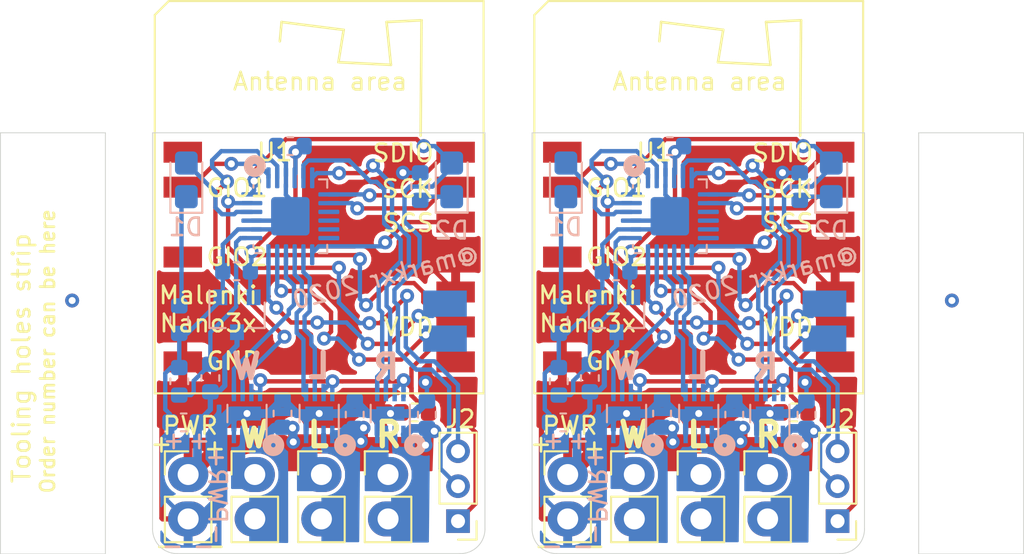
<source format=kicad_pcb>
(kicad_pcb (version 20200119) (host pcbnew "5.99.0-unknown-9de7547~100~ubuntu18.04.1")
  (title_block (title "Malenki-nano2") (date "2019-11-07"))
  (layers (0 "F.Cu" signal) (31 "B.Cu" signal) (34 "B.Paste" user hide) (35 "F.Paste" user hide) (36 "B.SilkS" user hide) (37 "F.SilkS" user hide) (38 "B.Mask" user hide) (39 "F.Mask" user hide) (44 "Edge.Cuts" user))
  (net 0 "")
  (net 1 "GND")
  (net 2 "VBAT")
  (net 3 "BLINKY")
  (net 4 "Net-(D1-Pad1)")
  (net 5 "TXDEBUG")
  (net 6 "Net-(D2-Pad1)")
  (net 7 "UPDI")
  (net 8 "Net-(J5-Pad2)")
  (net 9 "Net-(J5-Pad1)")
  (net 10 "Net-(J6-Pad2)")
  (net 11 "Net-(J6-Pad1)")
  (net 12 "Net-(J7-Pad2)")
  (net 13 "Net-(J7-Pad1)")
  (net 14 "Net-(U1-Pad8)")
  (net 15 "Net-(U1-Pad1)")
  (net 16 "SPI_SCS")
  (net 17 "GIO1")
  (net 18 "SPI_SCK")
  (net 19 "SPI_SDIO")
  (net 20 "MOTOR1R")
  (net 21 "MOTOR2R")
  (net 22 "MOTOR2F")
  (net 23 "Net-(U3-Pad11)")
  (net 24 "Net-(U3-Pad10)")
  (net 25 "MOTOR3F")
  (net 26 "MOTOR3R")
  (net 27 "MOTOR1F")
  (net 28 "WEAPON2")
  (net 29 "Net-(U1-Pad4)")
  (net 30 "VSENSE")
  (net 31 "VLOGIC")
  (net 32 "WEAPON3")
  (net 33 "Net-(U3-Pad12)")
  (net 34 "Net-(U3-Pad9)")
  (module "misc:toolhole" (layer "F.Cu") (at 161 71.1)
    (fp_text reference "REF**" hide)
    (fp_text value "toolhole")
    (pad "" np_thru_hole circle (at 0 0) (size 1.152 1.152) (drill 1.152) (layers *.Cu *.Mask))
  )
  (module "misc:toolhole" (layer "F.Cu") (at 161 91.5)
    (fp_text reference "REF**" hide)
    (fp_text value "toolhole")
    (pad "" np_thru_hole circle (at 0 0) (size 1.152 1.152) (drill 1.152) (layers *.Cu *.Mask))
  )
  (module "malenki-nano:WSON-8-1EP_2x2mm_P0.5mm_HAND1" (layer "B.Cu") (at 127.789 85.3655 90)
    (fp_text reference "U7" hide)
    (fp_text value "DRV8837DSGR")
    (pad "6" smd rect (at 1.2 -0.25 90) (size 1 0.25) (layers "B.Cu" "B.Paste" "B.Mask") (net 25 "MOTOR3F"))
    (pad "5" smd rect (at 1.2 -0.75 90) (size 1 0.25) (layers "B.Cu" "B.Paste" "B.Mask") (net 26 "MOTOR3R"))
    (pad "4" smd rect (at -1.2 -0.75 90) (size 1 0.25) (layers "B.Cu" "B.Paste" "B.Mask") (net 1 "GND"))
    (pad "2" smd rect (at -1.2 0.25 90) (size 1 0.25) (layers "B.Cu" "B.Paste" "B.Mask") (net 12 "Net-(J7-Pad2)"))
    (pad "1" smd rect (at -1.2 0.75 90) (size 1 0.25) (layers "B.Cu" "B.Paste" "B.Mask") (net 2 "VBAT"))
    (pad "9" smd rect (at 0 0 90) (size 0.8 1.6) (layers "B.Cu" "B.Mask") (net 1 "GND"))
    (pad "8" smd rect (at 1.2 0.75 90) (size 1 0.25) (layers "B.Cu" "B.Paste" "B.Mask") (net 31 "VLOGIC"))
    (pad "7" smd rect (at 1.2 0.25 90) (size 1 0.25) (layers "B.Cu" "B.Paste" "B.Mask") (net 31 "VLOGIC"))
    (pad "3" smd rect (at -1.2 -0.25 90) (size 1 0.25) (layers "B.Cu" "B.Paste" "B.Mask") (net 13 "Net-(J7-Pad1)"))
  )
  (module "malenki-nano:WSON-8-1EP_2x2mm_P0.5mm_HAND1" (layer "B.Cu") (at 123.725 85.3655 90)
    (fp_text reference "U6" hide)
    (fp_text value "DRV8837DSGR")
    (pad "6" smd rect (at 1.2 -0.25 90) (size 1 0.25) (layers "B.Cu" "B.Paste" "B.Mask") (net 22 "MOTOR2F"))
    (pad "5" smd rect (at 1.2 -0.75 90) (size 1 0.25) (layers "B.Cu" "B.Paste" "B.Mask") (net 21 "MOTOR2R"))
    (pad "4" smd rect (at -1.2 -0.75 90) (size 1 0.25) (layers "B.Cu" "B.Paste" "B.Mask") (net 1 "GND"))
    (pad "2" smd rect (at -1.2 0.25 90) (size 1 0.25) (layers "B.Cu" "B.Paste" "B.Mask") (net 10 "Net-(J6-Pad2)"))
    (pad "1" smd rect (at -1.2 0.75 90) (size 1 0.25) (layers "B.Cu" "B.Paste" "B.Mask") (net 2 "VBAT"))
    (pad "9" smd rect (at 0 0 90) (size 0.8 1.6) (layers "B.Cu" "B.Mask") (net 1 "GND"))
    (pad "8" smd rect (at 1.2 0.75 90) (size 1 0.25) (layers "B.Cu" "B.Paste" "B.Mask") (net 31 "VLOGIC"))
    (pad "7" smd rect (at 1.2 0.25 90) (size 1 0.25) (layers "B.Cu" "B.Paste" "B.Mask") (net 31 "VLOGIC"))
    (pad "3" smd rect (at -1.2 -0.25 90) (size 1 0.25) (layers "B.Cu" "B.Paste" "B.Mask") (net 11 "Net-(J6-Pad1)"))
  )
  (module "malenki-nano:WSON-8-1EP_2x2mm_P0.5mm_HAND1" (layer "B.Cu") (at 119.5975 85.3655 90)
    (fp_text reference "U5" hide)
    (fp_text value "DRV8837DSGR")
    (pad "6" smd rect (at 1.2 -0.25 90) (size 1 0.25) (layers "B.Cu" "B.Paste" "B.Mask") (net 27 "MOTOR1F"))
    (pad "5" smd rect (at 1.2 -0.75 90) (size 1 0.25) (layers "B.Cu" "B.Paste" "B.Mask") (net 20 "MOTOR1R"))
    (pad "4" smd rect (at -1.2 -0.75 90) (size 1 0.25) (layers "B.Cu" "B.Paste" "B.Mask") (net 1 "GND"))
    (pad "2" smd rect (at -1.2 0.25 90) (size 1 0.25) (layers "B.Cu" "B.Paste" "B.Mask") (net 8 "Net-(J5-Pad2)"))
    (pad "1" smd rect (at -1.2 0.75 90) (size 1 0.25) (layers "B.Cu" "B.Paste" "B.Mask") (net 2 "VBAT"))
    (pad "9" smd rect (at 0 0 90) (size 0.8 1.6) (layers "B.Cu" "B.Mask") (net 1 "GND"))
    (pad "8" smd rect (at 1.2 0.75 90) (size 1 0.25) (layers "B.Cu" "B.Paste" "B.Mask") (net 31 "VLOGIC"))
    (pad "7" smd rect (at 1.2 0.25 90) (size 1 0.25) (layers "B.Cu" "B.Paste" "B.Mask") (net 31 "VLOGIC"))
    (pad "3" smd rect (at -1.2 -0.25 90) (size 1 0.25) (layers "B.Cu" "B.Paste" "B.Mask") (net 9 "Net-(J5-Pad1)"))
  )
  (module "malenki-nano:A7105-module" (layer "F.Cu") (at 123.725 76.412 -90)
    (fp_text reference "U1" (at -6 2.55) (layer "F.SilkS"))
    (fp_text value "A7105-MODULE")
    (fp_text user "Antenna area" (at -10.05 -0.05) (layer "F.SilkS"))
    (fp_text user "GIO1" (at -3.95 4.7) (layer "F.SilkS"))
    (fp_text user "GIO2" (at 0 4.7) (layer "F.SilkS"))
    (fp_text user "GND" (at 5.95 4.914286) (layer "F.SilkS"))
    (fp_text user "GND" (at 5.95 4.914286) (layer "F.SilkS"))
    (fp_text user "VDD" (at 4 -5.109523) (layer "F.SilkS"))
    (fp_text user "SCS" (at -1.95 -5.085714) (layer "F.SilkS"))
    (fp_text user "SCK" (at -3.9 -5.061904) (layer "F.SilkS"))
    (fp_text user "SDIO" (at -5.95 -4.8) (layer "F.SilkS"))
    (pad "8" smd rect (at 6 -7.8 270) (size 1.2 2.2) (layers "F.Cu" "F.Paste" "F.Mask") (net 14 "Net-(U1-Pad8)"))
    (pad "1" smd rect (at -6 7.8 270) (size 1.2 2.2) (layers "F.Cu" "F.Paste" "F.Mask") (net 15 "Net-(U1-Pad1)"))
    (pad "7" smd rect (at 6 7.8 270) (size 1.2 2.2) (layers "F.Cu" "F.Paste" "F.Mask") (net 1 "GND"))
    (pad "9" smd rect (at 4 -7.8 270) (size 1.2 2.2) (layers "F.Cu" "F.Paste" "F.Mask") (net 31 "VLOGIC"))
    (pad "10" smd rect (at 2 -7.8 270) (size 1.2 2.2) (layers "F.Cu" "F.Paste" "F.Mask") (net 1 "GND"))
    (pad "4" smd rect (at 0 7.8 270) (size 1.2 2.2) (layers "F.Cu" "F.Paste" "F.Mask") (net 29 "Net-(U1-Pad4)"))
    (pad "12" smd rect (at -2 -7.8 270) (size 1.2 2.2) (layers "F.Cu" "F.Paste" "F.Mask") (net 16 "SPI_SCS"))
    (pad "2" smd rect (at -4 7.8 270) (size 1.2 2.2) (layers "F.Cu" "F.Paste" "F.Mask") (net 17 "GIO1"))
    (pad "13" smd rect (at -4 -7.8 270) (size 1.2 2.2) (layers "F.Cu" "F.Paste" "F.Mask") (net 18 "SPI_SCK"))
    (pad "14" smd rect (at -6 -7.8 270) (size 1.2 2.2) (layers "F.Cu" "F.Paste" "F.Mask") (net 19 "SPI_SDIO"))
  )
  (module "Capacitor_SMD:C_0603_1608Metric" (layer "B.Cu") (at 129.8845 85.429 90)
    (fp_text reference "C7" hide)
    (fp_text value "10uF")
    (pad "2" smd roundrect (at 0.7875 0 90) (size 0.875 0.95) (layers "B.Cu" "B.Paste" "B.Mask") (net 1 "GND"))
    (pad "1" smd roundrect (at -0.7875 0 90) (size 0.875 0.95) (layers "B.Cu" "B.Paste" "B.Mask") (net 2 "VBAT"))
  )
  (module "Capacitor_SMD:C_0603_1608Metric" (layer "B.Cu") (at 125.757 85.429 90)
    (fp_text reference "C6" hide)
    (fp_text value "10uF")
    (pad "2" smd roundrect (at 0.7875 0 90) (size 0.875 0.95) (layers "B.Cu" "B.Paste" "B.Mask") (net 1 "GND"))
    (pad "1" smd roundrect (at -0.7875 0 90) (size 0.875 0.95) (layers "B.Cu" "B.Paste" "B.Mask") (net 2 "VBAT"))
  )
  (module "LED_SMD:LED_0805_2012Metric_Castellated" (layer "B.Cu") (at 131.302 71.995 90)
    (fp_text reference "D2" (at -2.893 0 180) (layer "B.SilkS") (effects (justify mirror)))
    (fp_text value "LED Red")
    (pad "2" smd roundrect (at 0.9625 0 90) (size 1.325 1.3) (layers "B.Cu" "B.Paste" "B.Mask") (roundrect_rratio 0.192308) (net 5 "TXDEBUG"))
    (pad "1" smd roundrect (at -0.9625 0 90) (size 1.325 1.3) (layers "B.Cu" "B.Paste" "B.Mask") (roundrect_rratio 0.192308) (net 6 "Net-(D2-Pad1)"))
  )
  (module "LED_SMD:LED_0805_2012Metric_Castellated" (layer "B.Cu") (at 116.129 71.995 90)
    (fp_text reference "D1" (at -2.7025 -0.032 180) (layer "B.SilkS") (effects (justify mirror)))
    (fp_text value "LED Blue")
    (pad "2" smd roundrect (at 0.9625 0 90) (size 1.325 1.3) (layers "B.Cu" "B.Paste" "B.Mask") (roundrect_rratio 0.192308) (net 3 "BLINKY"))
    (pad "1" smd roundrect (at -0.9625 0 90) (size 1.325 1.3) (layers "B.Cu" "B.Paste" "B.Mask") (roundrect_rratio 0.192308) (net 4 "Net-(D1-Pad1)"))
  )
  (module "Resistor_SMD:R_0603_1608Metric" (layer "B.Cu") (at 115.724 83.524 90)
    (fp_text reference "R4" hide)
    (fp_text value "10k")
    (pad "2" smd roundrect (at 0.7875 0 90) (size 0.875 0.95) (layers "B.Cu" "B.Paste" "B.Mask") (net 1 "GND"))
    (pad "1" smd roundrect (at -0.7875 0 90) (size 0.875 0.95) (layers "B.Cu" "B.Paste" "B.Mask") (net 30 "VSENSE"))
  )
  (module "Resistor_SMD:R_0603_1608Metric" (layer "B.Cu") (at 117.502 83.3335 90)
    (fp_text reference "R3" hide)
    (fp_text value "33k")
    (pad "2" smd roundrect (at 0.7875 0 90) (size 0.875 0.95) (layers "B.Cu" "B.Paste" "B.Mask") (net 30 "VSENSE"))
    (pad "1" smd roundrect (at -0.7875 0 90) (size 0.875 0.95) (layers "B.Cu" "B.Paste" "B.Mask") (net 2 "VBAT"))
  )
  (module "malenki-nano:wirepad_2" (layer "B.Cu") (at 130.913323 80.079 -90)
    (fp_text reference "J3" hide)
    (fp_text value "Conn_01x02")
    (pad "2" smd rect (at 1 0 270) (size 1.5 2.5) (layers "B.Cu" "B.Mask") (net 32 "WEAPON3"))
    (pad "1" smd rect (at -1 0 270) (size 1.5 2.5) (layers "B.Cu" "B.Mask") (net 28 "WEAPON2"))
  )
  (module "Connector_PinHeader_2.00mm:PinHeader_1x03_P2.00mm_Vertical" (layer "F.Cu") (at 131.6625 91.525 180)
    (fp_text reference "J2" (at -0.127 5.842) (layer "F.SilkS"))
    (fp_text value "Conn_01x03")
    (pad "3" thru_hole oval (at 0 4 180) (size 1.35 1.35) (drill 0.8) (layers *.Cu *.Mask) (net 7 "UPDI"))
    (pad "2" thru_hole oval (at 0 2 180) (size 1.35 1.35) (drill 0.8) (layers *.Cu *.Mask) (net 5 "TXDEBUG"))
    (pad "1" thru_hole rect (at 0 0 180) (size 1.35 1.35) (drill 0.8) (layers *.Cu *.Mask) (net 1 "GND"))
  )
  (module "malenki-nano:qfn24-hand1" (layer "B.Cu") (at 122.074 74.078 -90)
    (fp_text reference "U3" hide)
    (fp_text value "ATtiny1617-M")
    (pad "24" smd roundrect (at -1.25 2.2 270) (size 0.25 1.2) (layers "B.Cu" "B.Paste" "B.Mask") (net 5 "TXDEBUG"))
    (pad "23" smd roundrect (at -0.75 2.2 270) (size 0.25 1.2) (layers "B.Cu" "B.Paste" "B.Mask") (net 7 "UPDI"))
    (pad "22" smd roundrect (at -0.25 2.2 270) (size 0.25 1.2) (layers "B.Cu" "B.Paste" "B.Mask") (net 3 "BLINKY"))
    (pad "21" smd roundrect (at 0.25 2.2 270) (size 0.25 1.2) (layers "B.Cu" "B.Paste" "B.Mask") (net 1 "GND"))
    (pad "20" smd roundrect (at 0.75 2.2 270) (size 0.25 1.2) (layers "B.Cu" "B.Paste" "B.Mask") (net 1 "GND"))
    (pad "19" smd roundrect (at 1.25 2.2 270) (size 0.25 1.2) (layers "B.Cu" "B.Paste" "B.Mask") (net 30 "VSENSE"))
    (pad "18" smd roundrect (at 2.2 1.25 270) (size 1.2 0.25) (layers "B.Cu" "B.Paste" "B.Mask") (net 28 "WEAPON2"))
    (pad "17" smd roundrect (at 2.2 0.75 270) (size 1.2 0.25) (layers "B.Cu" "B.Paste" "B.Mask") (net 32 "WEAPON3"))
    (pad "16" smd roundrect (at 2.2 0.25 270) (size 1.2 0.25) (layers "B.Cu" "B.Paste" "B.Mask") (net 20 "MOTOR1R"))
    (pad "15" smd roundrect (at 2.2 -0.25 270) (size 1.2 0.25) (layers "B.Cu" "B.Paste" "B.Mask") (net 21 "MOTOR2R"))
    (pad "14" smd roundrect (at 2.2 -0.75 270) (size 1.2 0.25) (layers "B.Cu" "B.Paste" "B.Mask") (net 22 "MOTOR2F"))
    (pad "13" smd roundrect (at 2.2 -1.25 270) (size 1.2 0.25) (layers "B.Cu" "B.Paste" "B.Mask") (net 16 "SPI_SCS"))
    (pad "12" smd roundrect (at 1.25 -2.2 270) (size 0.25 1.2) (layers "B.Cu" "B.Paste" "B.Mask") (net 33 "Net-(U3-Pad12)"))
    (pad "11" smd roundrect (at 0.75 -2.2 270) (size 0.25 1.2) (layers "B.Cu" "B.Paste" "B.Mask") (net 23 "Net-(U3-Pad11)"))
    (pad "10" smd roundrect (at 0.25 -2.2 270) (size 0.25 1.2) (layers "B.Cu" "B.Paste" "B.Mask") (net 24 "Net-(U3-Pad10)"))
    (pad "9" smd roundrect (at -0.25 -2.2 270) (size 0.25 1.2) (layers "B.Cu" "B.Paste" "B.Mask") (net 34 "Net-(U3-Pad9)"))
    (pad "8" smd roundrect (at -0.75 -2.2 270) (size 0.25 1.2) (layers "B.Cu" "B.Paste" "B.Mask") (net 18 "SPI_SCK"))
    (pad "7" smd roundrect (at -1.25 -2.2 270) (size 0.25 1.2) (layers "B.Cu" "B.Paste" "B.Mask") (net 19 "SPI_SDIO"))
    (pad "6" smd roundrect (at -2.2 -1.25 270) (size 1.2 0.25) (layers "B.Cu" "B.Paste" "B.Mask") (net 25 "MOTOR3F"))
    (pad "5" smd roundrect (at -2.2 -0.75 270) (size 1.2 0.25) (layers "B.Cu" "B.Paste" "B.Mask") (net 26 "MOTOR3R"))
    (pad "4" smd roundrect (at -2.2 -0.25 270) (size 1.2 0.25) (layers "B.Cu" "B.Paste" "B.Mask") (net 31 "VLOGIC"))
    (pad "3" smd roundrect (at -2.2 0.25 270) (size 1.2 0.25) (layers "B.Cu" "B.Paste" "B.Mask") (net 1 "GND"))
    (pad "2" smd roundrect (at -2.2 0.75 270) (size 1.2 0.25) (layers "B.Cu" "B.Paste" "B.Mask") (net 27 "MOTOR1F"))
    (pad "1" smd roundrect (at -2.2 1.25 270) (size 1.2 0.25) (layers "B.Cu" "B.Paste" "B.Mask") (net 17 "GIO1"))
    (pad "25" smd roundrect (at 0 0 270) (size 2.2 2.2) (layers "B.Cu" "B.Mask") (roundrect_rratio 0.096) (net 1 "GND"))
  )
  (module "Package_TO_SOT_SMD:SOT-23" (layer "B.Cu") (at 119.026 79.714 -90)
    (fp_text reference "U2" hide)
    (fp_text value "AIC1734-33GUTR")
    (pad "3" smd rect (at 1 0 270) (size 0.9 0.8) (layers "B.Cu" "B.Paste" "B.Mask") (net 2 "VBAT"))
    (pad "2" smd rect (at -1 -0.95 270) (size 0.9 0.8) (layers "B.Cu" "B.Paste" "B.Mask") (net 31 "VLOGIC"))
    (pad "1" smd rect (at -1 0.95 270) (size 0.9 0.8) (layers "B.Cu" "B.Paste" "B.Mask") (net 1 "GND"))
  )
  (module "Resistor_SMD:R_0603_1608Metric" (layer "B.Cu") (at 129.502 72.378 90)
    (fp_text reference "R2" hide)
    (fp_text value "220R")
    (pad "2" smd roundrect (at 0.7875 0 90) (size 0.875 0.95) (layers "B.Cu" "B.Paste" "B.Mask") (net 1 "GND"))
    (pad "1" smd roundrect (at -0.7875 0 90) (size 0.875 0.95) (layers "B.Cu" "B.Paste" "B.Mask") (net 6 "Net-(D2-Pad1)"))
  )
  (module "Resistor_SMD:R_0603_1608Metric" (layer "B.Cu") (at 115.724 79.9935 -90)
    (fp_text reference "R1" hide)
    (fp_text value "220R")
    (pad "2" smd roundrect (at 0.7875 0 270) (size 0.875 0.95) (layers "B.Cu" "B.Paste" "B.Mask") (net 1 "GND"))
    (pad "1" smd roundrect (at -0.7875 0 270) (size 0.875 0.95) (layers "B.Cu" "B.Paste" "B.Mask") (net 4 "Net-(D1-Pad1)"))
  )
  (module "malenki-nano:PinHeader_1x02_P2.54mm_BIG1" (layer "F.Cu") (at 127.662 88.858)
    (fp_text reference "J7" hide)
    (fp_text value "Conn_01x02_Male")
    (pad "2" thru_hole oval (at 0 2.54) (size 2.3 2) (drill 1.2) (layers *.Cu *.Mask) (net 12 "Net-(J7-Pad2)"))
    (pad "1" thru_hole oval (at 0 0) (size 2.3 2) (drill 1.2) (layers *.Cu *.Mask) (net 13 "Net-(J7-Pad1)"))
  )
  (module "malenki-nano:PinHeader_1x02_P2.54mm_BIG1" (layer "F.Cu") (at 123.852 88.858)
    (fp_text reference "J6" hide)
    (fp_text value "Conn_01x02_Male")
    (pad "2" thru_hole oval (at 0 2.54) (size 2.3 2) (drill 1.2) (layers *.Cu *.Mask) (net 10 "Net-(J6-Pad2)"))
    (pad "1" thru_hole oval (at 0 0) (size 2.3 2) (drill 1.2) (layers *.Cu *.Mask) (net 11 "Net-(J6-Pad1)"))
  )
  (module "malenki-nano:PinHeader_1x02_P2.54mm_BIG1" (layer "F.Cu") (at 120.042 88.858)
    (fp_text reference "J5" hide)
    (fp_text value "Conn_01x02_Male")
    (pad "2" thru_hole oval (at 0 2.54) (size 2.3 2) (drill 1.2) (layers *.Cu *.Mask) (net 8 "Net-(J5-Pad2)"))
    (pad "1" thru_hole oval (at 0 0) (size 2.3 2) (drill 1.2) (layers *.Cu *.Mask) (net 9 "Net-(J5-Pad1)"))
  )
  (module "malenki-nano:PinHeader_1x02_P2.54mm_BIG1" (layer "F.Cu") (at 116.232 88.858)
    (fp_text reference "J1" hide)
    (fp_text value "Conn_01x02_Male")
    (pad "2" thru_hole oval (at 0 2.54) (size 2.3 2) (drill 1.2) (layers *.Cu *.Mask) (net 1 "GND"))
    (pad "1" thru_hole oval (at 0 0) (size 2.3 2) (drill 1.2) (layers *.Cu *.Mask) (net 2 "VBAT"))
  )
  (module "Capacitor_SMD:C_0603_1608Metric" (layer "B.Cu") (at 121.6295 85.3655 90)
    (fp_text reference "C5" hide)
    (fp_text value "10uF")
    (pad "2" smd roundrect (at 0.7875 0 90) (size 0.875 0.95) (layers "B.Cu" "B.Paste" "B.Mask") (net 1 "GND"))
    (pad "1" smd roundrect (at -0.7875 0 90) (size 0.875 0.95) (layers "B.Cu" "B.Paste" "B.Mask") (net 2 "VBAT"))
  )
  (module "Capacitor_SMD:C_0603_1608Metric" (layer "B.Cu") (at 122.074 70.062 180)
    (fp_text reference "C4" hide)
    (fp_text value "0.1uF")
    (pad "2" smd roundrect (at 0.7875 0 180) (size 0.875 0.95) (layers "B.Cu" "B.Paste" "B.Mask") (net 1 "GND"))
    (pad "1" smd roundrect (at -0.7875 0 180) (size 0.875 0.95) (layers "B.Cu" "B.Paste" "B.Mask") (net 31 "VLOGIC"))
  )
  (module "Capacitor_SMD:C_0603_1608Metric" (layer "B.Cu") (at 119.0005 77.2248 180)
    (fp_text reference "C3" hide)
    (fp_text value "10uF")
    (pad "2" smd roundrect (at 0.7875 0 180) (size 0.875 0.95) (layers "B.Cu" "B.Paste" "B.Mask") (net 1 "GND"))
    (pad "1" smd roundrect (at -0.7875 0 180) (size 0.875 0.95) (layers "B.Cu" "B.Paste" "B.Mask") (net 31 "VLOGIC"))
  )
  (module "Capacitor_SMD:C_0603_1608Metric" (layer "B.Cu") (at 115.978 85.8735 180)
    (fp_text reference "C2" hide)
    (fp_text value "10uF")
    (pad "2" smd roundrect (at 0.7875 0 180) (size 0.875 0.95) (layers "B.Cu" "B.Paste" "B.Mask") (net 1 "GND"))
    (pad "1" smd roundrect (at -0.7875 0 180) (size 0.875 0.95) (layers "B.Cu" "B.Paste" "B.Mask") (net 2 "VBAT"))
  )
  (module "Capacitor_SMD:C_0603_1608Metric" (layer "F.Cu") (at 129.186 85.302 180)
    (fp_text reference "C1" hide)
    (fp_text value "0.1uF")
    (pad "2" smd roundrect (at 0.7875 0 180) (size 0.875 0.95) (layers "F.Cu" "F.Paste" "F.Mask") (net 1 "GND"))
    (pad "1" smd roundrect (at -0.7875 0 180) (size 0.875 0.95) (layers "F.Cu" "F.Paste" "F.Mask") (net 31 "VLOGIC"))
  )
  (module "malenki-nano:WSON-8-1EP_2x2mm_P0.5mm_HAND1" (layer "B.Cu") (at 149.489 85.3655 90)
    (fp_text reference "U7" hide)
    (fp_text value "DRV8837DSGR")
    (pad "6" smd rect (at 1.2 -0.25 90) (size 1 0.25) (layers "B.Cu" "B.Paste" "B.Mask") (net 25 "MOTOR3F"))
    (pad "5" smd rect (at 1.2 -0.75 90) (size 1 0.25) (layers "B.Cu" "B.Paste" "B.Mask") (net 26 "MOTOR3R"))
    (pad "4" smd rect (at -1.2 -0.75 90) (size 1 0.25) (layers "B.Cu" "B.Paste" "B.Mask") (net 1 "GND"))
    (pad "2" smd rect (at -1.2 0.25 90) (size 1 0.25) (layers "B.Cu" "B.Paste" "B.Mask") (net 12 "Net-(J7-Pad2)"))
    (pad "1" smd rect (at -1.2 0.75 90) (size 1 0.25) (layers "B.Cu" "B.Paste" "B.Mask") (net 2 "VBAT"))
    (pad "9" smd rect (at 0 0 90) (size 0.8 1.6) (layers "B.Cu" "B.Mask") (net 1 "GND"))
    (pad "8" smd rect (at 1.2 0.75 90) (size 1 0.25) (layers "B.Cu" "B.Paste" "B.Mask") (net 31 "VLOGIC"))
    (pad "7" smd rect (at 1.2 0.25 90) (size 1 0.25) (layers "B.Cu" "B.Paste" "B.Mask") (net 31 "VLOGIC"))
    (pad "3" smd rect (at -1.2 -0.25 90) (size 1 0.25) (layers "B.Cu" "B.Paste" "B.Mask") (net 13 "Net-(J7-Pad1)"))
  )
  (module "malenki-nano:WSON-8-1EP_2x2mm_P0.5mm_HAND1" (layer "B.Cu") (at 145.425 85.3655 90)
    (fp_text reference "U6" hide)
    (fp_text value "DRV8837DSGR")
    (pad "6" smd rect (at 1.2 -0.25 90) (size 1 0.25) (layers "B.Cu" "B.Paste" "B.Mask") (net 22 "MOTOR2F"))
    (pad "5" smd rect (at 1.2 -0.75 90) (size 1 0.25) (layers "B.Cu" "B.Paste" "B.Mask") (net 21 "MOTOR2R"))
    (pad "4" smd rect (at -1.2 -0.75 90) (size 1 0.25) (layers "B.Cu" "B.Paste" "B.Mask") (net 1 "GND"))
    (pad "2" smd rect (at -1.2 0.25 90) (size 1 0.25) (layers "B.Cu" "B.Paste" "B.Mask") (net 10 "Net-(J6-Pad2)"))
    (pad "1" smd rect (at -1.2 0.75 90) (size 1 0.25) (layers "B.Cu" "B.Paste" "B.Mask") (net 2 "VBAT"))
    (pad "9" smd rect (at 0 0 90) (size 0.8 1.6) (layers "B.Cu" "B.Mask") (net 1 "GND"))
    (pad "8" smd rect (at 1.2 0.75 90) (size 1 0.25) (layers "B.Cu" "B.Paste" "B.Mask") (net 31 "VLOGIC"))
    (pad "7" smd rect (at 1.2 0.25 90) (size 1 0.25) (layers "B.Cu" "B.Paste" "B.Mask") (net 31 "VLOGIC"))
    (pad "3" smd rect (at -1.2 -0.25 90) (size 1 0.25) (layers "B.Cu" "B.Paste" "B.Mask") (net 11 "Net-(J6-Pad1)"))
  )
  (module "malenki-nano:WSON-8-1EP_2x2mm_P0.5mm_HAND1" (layer "B.Cu") (at 141.2975 85.3655 90)
    (fp_text reference "U5" hide)
    (fp_text value "DRV8837DSGR")
    (pad "6" smd rect (at 1.2 -0.25 90) (size 1 0.25) (layers "B.Cu" "B.Paste" "B.Mask") (net 27 "MOTOR1F"))
    (pad "5" smd rect (at 1.2 -0.75 90) (size 1 0.25) (layers "B.Cu" "B.Paste" "B.Mask") (net 20 "MOTOR1R"))
    (pad "4" smd rect (at -1.2 -0.75 90) (size 1 0.25) (layers "B.Cu" "B.Paste" "B.Mask") (net 1 "GND"))
    (pad "2" smd rect (at -1.2 0.25 90) (size 1 0.25) (layers "B.Cu" "B.Paste" "B.Mask") (net 8 "Net-(J5-Pad2)"))
    (pad "1" smd rect (at -1.2 0.75 90) (size 1 0.25) (layers "B.Cu" "B.Paste" "B.Mask") (net 2 "VBAT"))
    (pad "9" smd rect (at 0 0 90) (size 0.8 1.6) (layers "B.Cu" "B.Mask") (net 1 "GND"))
    (pad "8" smd rect (at 1.2 0.75 90) (size 1 0.25) (layers "B.Cu" "B.Paste" "B.Mask") (net 31 "VLOGIC"))
    (pad "7" smd rect (at 1.2 0.25 90) (size 1 0.25) (layers "B.Cu" "B.Paste" "B.Mask") (net 31 "VLOGIC"))
    (pad "3" smd rect (at -1.2 -0.25 90) (size 1 0.25) (layers "B.Cu" "B.Paste" "B.Mask") (net 9 "Net-(J5-Pad1)"))
  )
  (module "malenki-nano:A7105-module" (layer "F.Cu") (at 145.425 76.412 -90)
    (fp_text reference "U1" (at -6 2.55) (layer "F.SilkS"))
    (fp_text value "A7105-MODULE")
    (fp_text user "Antenna area" (at -10.05 -0.05) (layer "F.SilkS"))
    (fp_text user "GIO1" (at -3.95 4.7) (layer "F.SilkS"))
    (fp_text user "GIO2" (at 0 4.7) (layer "F.SilkS"))
    (fp_text user "GND" (at 5.95 4.914286) (layer "F.SilkS"))
    (fp_text user "GND" (at 5.95 4.914286) (layer "F.SilkS"))
    (fp_text user "VDD" (at 4 -5.109523) (layer "F.SilkS"))
    (fp_text user "SCS" (at -1.95 -5.085714) (layer "F.SilkS"))
    (fp_text user "SCK" (at -3.9 -5.061904) (layer "F.SilkS"))
    (fp_text user "SDIO" (at -5.95 -4.8) (layer "F.SilkS"))
    (pad "8" smd rect (at 6 -7.8 270) (size 1.2 2.2) (layers "F.Cu" "F.Paste" "F.Mask") (net 14 "Net-(U1-Pad8)"))
    (pad "1" smd rect (at -6 7.8 270) (size 1.2 2.2) (layers "F.Cu" "F.Paste" "F.Mask") (net 15 "Net-(U1-Pad1)"))
    (pad "7" smd rect (at 6 7.8 270) (size 1.2 2.2) (layers "F.Cu" "F.Paste" "F.Mask") (net 1 "GND"))
    (pad "9" smd rect (at 4 -7.8 270) (size 1.2 2.2) (layers "F.Cu" "F.Paste" "F.Mask") (net 31 "VLOGIC"))
    (pad "10" smd rect (at 2 -7.8 270) (size 1.2 2.2) (layers "F.Cu" "F.Paste" "F.Mask") (net 1 "GND"))
    (pad "4" smd rect (at 0 7.8 270) (size 1.2 2.2) (layers "F.Cu" "F.Paste" "F.Mask") (net 29 "Net-(U1-Pad4)"))
    (pad "12" smd rect (at -2 -7.8 270) (size 1.2 2.2) (layers "F.Cu" "F.Paste" "F.Mask") (net 16 "SPI_SCS"))
    (pad "2" smd rect (at -4 7.8 270) (size 1.2 2.2) (layers "F.Cu" "F.Paste" "F.Mask") (net 17 "GIO1"))
    (pad "13" smd rect (at -4 -7.8 270) (size 1.2 2.2) (layers "F.Cu" "F.Paste" "F.Mask") (net 18 "SPI_SCK"))
    (pad "14" smd rect (at -6 -7.8 270) (size 1.2 2.2) (layers "F.Cu" "F.Paste" "F.Mask") (net 19 "SPI_SDIO"))
  )
  (module "Capacitor_SMD:C_0603_1608Metric" (layer "B.Cu") (at 151.5845 85.429 90)
    (fp_text reference "C7" hide)
    (fp_text value "10uF")
    (pad "2" smd roundrect (at 0.7875 0 90) (size 0.875 0.95) (layers "B.Cu" "B.Paste" "B.Mask") (net 1 "GND"))
    (pad "1" smd roundrect (at -0.7875 0 90) (size 0.875 0.95) (layers "B.Cu" "B.Paste" "B.Mask") (net 2 "VBAT"))
  )
  (module "Capacitor_SMD:C_0603_1608Metric" (layer "B.Cu") (at 147.457 85.429 90)
    (fp_text reference "C6" hide)
    (fp_text value "10uF")
    (pad "2" smd roundrect (at 0.7875 0 90) (size 0.875 0.95) (layers "B.Cu" "B.Paste" "B.Mask") (net 1 "GND"))
    (pad "1" smd roundrect (at -0.7875 0 90) (size 0.875 0.95) (layers "B.Cu" "B.Paste" "B.Mask") (net 2 "VBAT"))
  )
  (module "LED_SMD:LED_0805_2012Metric_Castellated" (layer "B.Cu") (at 153.002 71.995 90)
    (fp_text reference "D2" (at -2.893 0 180) (layer "B.SilkS") (effects (justify mirror)))
    (fp_text value "LED Red")
    (pad "2" smd roundrect (at 0.9625 0 90) (size 1.325 1.3) (layers "B.Cu" "B.Paste" "B.Mask") (roundrect_rratio 0.192308) (net 5 "TXDEBUG"))
    (pad "1" smd roundrect (at -0.9625 0 90) (size 1.325 1.3) (layers "B.Cu" "B.Paste" "B.Mask") (roundrect_rratio 0.192308) (net 6 "Net-(D2-Pad1)"))
  )
  (module "LED_SMD:LED_0805_2012Metric_Castellated" (layer "B.Cu") (at 137.829 71.995 90)
    (fp_text reference "D1" (at -2.7025 -0.032 180) (layer "B.SilkS") (effects (justify mirror)))
    (fp_text value "LED Blue")
    (pad "2" smd roundrect (at 0.9625 0 90) (size 1.325 1.3) (layers "B.Cu" "B.Paste" "B.Mask") (roundrect_rratio 0.192308) (net 3 "BLINKY"))
    (pad "1" smd roundrect (at -0.9625 0 90) (size 1.325 1.3) (layers "B.Cu" "B.Paste" "B.Mask") (roundrect_rratio 0.192308) (net 4 "Net-(D1-Pad1)"))
  )
  (module "Resistor_SMD:R_0603_1608Metric" (layer "B.Cu") (at 137.424 83.524 90)
    (fp_text reference "R4" hide)
    (fp_text value "10k")
    (pad "2" smd roundrect (at 0.7875 0 90) (size 0.875 0.95) (layers "B.Cu" "B.Paste" "B.Mask") (net 1 "GND"))
    (pad "1" smd roundrect (at -0.7875 0 90) (size 0.875 0.95) (layers "B.Cu" "B.Paste" "B.Mask") (net 30 "VSENSE"))
  )
  (module "Resistor_SMD:R_0603_1608Metric" (layer "B.Cu") (at 139.202 83.3335 90)
    (fp_text reference "R3" hide)
    (fp_text value "33k")
    (pad "2" smd roundrect (at 0.7875 0 90) (size 0.875 0.95) (layers "B.Cu" "B.Paste" "B.Mask") (net 30 "VSENSE"))
    (pad "1" smd roundrect (at -0.7875 0 90) (size 0.875 0.95) (layers "B.Cu" "B.Paste" "B.Mask") (net 2 "VBAT"))
  )
  (module "malenki-nano:wirepad_2" (layer "B.Cu") (at 152.613323 80.079 -90)
    (fp_text reference "J3" hide)
    (fp_text value "Conn_01x02")
    (pad "2" smd rect (at 1 0 270) (size 1.5 2.5) (layers "B.Cu" "B.Mask") (net 32 "WEAPON3"))
    (pad "1" smd rect (at -1 0 270) (size 1.5 2.5) (layers "B.Cu" "B.Mask") (net 28 "WEAPON2"))
  )
  (module "Connector_PinHeader_2.00mm:PinHeader_1x03_P2.00mm_Vertical" (layer "F.Cu") (at 153.3625 91.525 180)
    (fp_text reference "J2" (at -0.127 5.842) (layer "F.SilkS"))
    (fp_text value "Conn_01x03")
    (pad "3" thru_hole oval (at 0 4 180) (size 1.35 1.35) (drill 0.8) (layers *.Cu *.Mask) (net 7 "UPDI"))
    (pad "2" thru_hole oval (at 0 2 180) (size 1.35 1.35) (drill 0.8) (layers *.Cu *.Mask) (net 5 "TXDEBUG"))
    (pad "1" thru_hole rect (at 0 0 180) (size 1.35 1.35) (drill 0.8) (layers *.Cu *.Mask) (net 1 "GND"))
  )
  (module "malenki-nano:qfn24-hand1" (layer "B.Cu") (at 143.774 74.078 -90)
    (fp_text reference "U3" hide)
    (fp_text value "ATtiny1617-M")
    (pad "24" smd roundrect (at -1.25 2.2 270) (size 0.25 1.2) (layers "B.Cu" "B.Paste" "B.Mask") (net 5 "TXDEBUG"))
    (pad "23" smd roundrect (at -0.75 2.2 270) (size 0.25 1.2) (layers "B.Cu" "B.Paste" "B.Mask") (net 7 "UPDI"))
    (pad "22" smd roundrect (at -0.25 2.2 270) (size 0.25 1.2) (layers "B.Cu" "B.Paste" "B.Mask") (net 3 "BLINKY"))
    (pad "21" smd roundrect (at 0.25 2.2 270) (size 0.25 1.2) (layers "B.Cu" "B.Paste" "B.Mask") (net 1 "GND"))
    (pad "20" smd roundrect (at 0.75 2.2 270) (size 0.25 1.2) (layers "B.Cu" "B.Paste" "B.Mask") (net 1 "GND"))
    (pad "19" smd roundrect (at 1.25 2.2 270) (size 0.25 1.2) (layers "B.Cu" "B.Paste" "B.Mask") (net 30 "VSENSE"))
    (pad "18" smd roundrect (at 2.2 1.25 270) (size 1.2 0.25) (layers "B.Cu" "B.Paste" "B.Mask") (net 28 "WEAPON2"))
    (pad "17" smd roundrect (at 2.2 0.75 270) (size 1.2 0.25) (layers "B.Cu" "B.Paste" "B.Mask") (net 32 "WEAPON3"))
    (pad "16" smd roundrect (at 2.2 0.25 270) (size 1.2 0.25) (layers "B.Cu" "B.Paste" "B.Mask") (net 20 "MOTOR1R"))
    (pad "15" smd roundrect (at 2.2 -0.25 270) (size 1.2 0.25) (layers "B.Cu" "B.Paste" "B.Mask") (net 21 "MOTOR2R"))
    (pad "14" smd roundrect (at 2.2 -0.75 270) (size 1.2 0.25) (layers "B.Cu" "B.Paste" "B.Mask") (net 22 "MOTOR2F"))
    (pad "13" smd roundrect (at 2.2 -1.25 270) (size 1.2 0.25) (layers "B.Cu" "B.Paste" "B.Mask") (net 16 "SPI_SCS"))
    (pad "12" smd roundrect (at 1.25 -2.2 270) (size 0.25 1.2) (layers "B.Cu" "B.Paste" "B.Mask") (net 33 "Net-(U3-Pad12)"))
    (pad "11" smd roundrect (at 0.75 -2.2 270) (size 0.25 1.2) (layers "B.Cu" "B.Paste" "B.Mask") (net 23 "Net-(U3-Pad11)"))
    (pad "10" smd roundrect (at 0.25 -2.2 270) (size 0.25 1.2) (layers "B.Cu" "B.Paste" "B.Mask") (net 24 "Net-(U3-Pad10)"))
    (pad "9" smd roundrect (at -0.25 -2.2 270) (size 0.25 1.2) (layers "B.Cu" "B.Paste" "B.Mask") (net 34 "Net-(U3-Pad9)"))
    (pad "8" smd roundrect (at -0.75 -2.2 270) (size 0.25 1.2) (layers "B.Cu" "B.Paste" "B.Mask") (net 18 "SPI_SCK"))
    (pad "7" smd roundrect (at -1.25 -2.2 270) (size 0.25 1.2) (layers "B.Cu" "B.Paste" "B.Mask") (net 19 "SPI_SDIO"))
    (pad "6" smd roundrect (at -2.2 -1.25 270) (size 1.2 0.25) (layers "B.Cu" "B.Paste" "B.Mask") (net 25 "MOTOR3F"))
    (pad "5" smd roundrect (at -2.2 -0.75 270) (size 1.2 0.25) (layers "B.Cu" "B.Paste" "B.Mask") (net 26 "MOTOR3R"))
    (pad "4" smd roundrect (at -2.2 -0.25 270) (size 1.2 0.25) (layers "B.Cu" "B.Paste" "B.Mask") (net 31 "VLOGIC"))
    (pad "3" smd roundrect (at -2.2 0.25 270) (size 1.2 0.25) (layers "B.Cu" "B.Paste" "B.Mask") (net 1 "GND"))
    (pad "2" smd roundrect (at -2.2 0.75 270) (size 1.2 0.25) (layers "B.Cu" "B.Paste" "B.Mask") (net 27 "MOTOR1F"))
    (pad "1" smd roundrect (at -2.2 1.25 270) (size 1.2 0.25) (layers "B.Cu" "B.Paste" "B.Mask") (net 17 "GIO1"))
    (pad "25" smd roundrect (at 0 0 270) (size 2.2 2.2) (layers "B.Cu" "B.Mask") (roundrect_rratio 0.096) (net 1 "GND"))
  )
  (module "Package_TO_SOT_SMD:SOT-23" (layer "B.Cu") (at 140.726 79.714 -90)
    (fp_text reference "U2" hide)
    (fp_text value "AIC1734-33GUTR")
    (pad "3" smd rect (at 1 0 270) (size 0.9 0.8) (layers "B.Cu" "B.Paste" "B.Mask") (net 2 "VBAT"))
    (pad "2" smd rect (at -1 -0.95 270) (size 0.9 0.8) (layers "B.Cu" "B.Paste" "B.Mask") (net 31 "VLOGIC"))
    (pad "1" smd rect (at -1 0.95 270) (size 0.9 0.8) (layers "B.Cu" "B.Paste" "B.Mask") (net 1 "GND"))
  )
  (module "Resistor_SMD:R_0603_1608Metric" (layer "B.Cu") (at 151.202 72.378 90)
    (fp_text reference "R2" hide)
    (fp_text value "220R")
    (pad "2" smd roundrect (at 0.7875 0 90) (size 0.875 0.95) (layers "B.Cu" "B.Paste" "B.Mask") (net 1 "GND"))
    (pad "1" smd roundrect (at -0.7875 0 90) (size 0.875 0.95) (layers "B.Cu" "B.Paste" "B.Mask") (net 6 "Net-(D2-Pad1)"))
  )
  (module "Resistor_SMD:R_0603_1608Metric" (layer "B.Cu") (at 137.424 79.9935 -90)
    (fp_text reference "R1" hide)
    (fp_text value "220R")
    (pad "2" smd roundrect (at 0.7875 0 270) (size 0.875 0.95) (layers "B.Cu" "B.Paste" "B.Mask") (net 1 "GND"))
    (pad "1" smd roundrect (at -0.7875 0 270) (size 0.875 0.95) (layers "B.Cu" "B.Paste" "B.Mask") (net 4 "Net-(D1-Pad1)"))
  )
  (module "malenki-nano:PinHeader_1x02_P2.54mm_BIG1" (layer "F.Cu") (at 149.362 88.858)
    (fp_text reference "J7" hide)
    (fp_text value "Conn_01x02_Male")
    (pad "2" thru_hole oval (at 0 2.54) (size 2.3 2) (drill 1.2) (layers *.Cu *.Mask) (net 12 "Net-(J7-Pad2)"))
    (pad "1" thru_hole oval (at 0 0) (size 2.3 2) (drill 1.2) (layers *.Cu *.Mask) (net 13 "Net-(J7-Pad1)"))
  )
  (module "malenki-nano:PinHeader_1x02_P2.54mm_BIG1" (layer "F.Cu") (at 145.552 88.858)
    (fp_text reference "J6" hide)
    (fp_text value "Conn_01x02_Male")
    (pad "2" thru_hole oval (at 0 2.54) (size 2.3 2) (drill 1.2) (layers *.Cu *.Mask) (net 10 "Net-(J6-Pad2)"))
    (pad "1" thru_hole oval (at 0 0) (size 2.3 2) (drill 1.2) (layers *.Cu *.Mask) (net 11 "Net-(J6-Pad1)"))
  )
  (module "malenki-nano:PinHeader_1x02_P2.54mm_BIG1" (layer "F.Cu") (at 141.742 88.858)
    (fp_text reference "J5" hide)
    (fp_text value "Conn_01x02_Male")
    (pad "2" thru_hole oval (at 0 2.54) (size 2.3 2) (drill 1.2) (layers *.Cu *.Mask) (net 8 "Net-(J5-Pad2)"))
    (pad "1" thru_hole oval (at 0 0) (size 2.3 2) (drill 1.2) (layers *.Cu *.Mask) (net 9 "Net-(J5-Pad1)"))
  )
  (module "malenki-nano:PinHeader_1x02_P2.54mm_BIG1" (layer "F.Cu") (at 137.932 88.858)
    (fp_text reference "J1" hide)
    (fp_text value "Conn_01x02_Male")
    (pad "2" thru_hole oval (at 0 2.54) (size 2.3 2) (drill 1.2) (layers *.Cu *.Mask) (net 1 "GND"))
    (pad "1" thru_hole oval (at 0 0) (size 2.3 2) (drill 1.2) (layers *.Cu *.Mask) (net 2 "VBAT"))
  )
  (module "Capacitor_SMD:C_0603_1608Metric" (layer "B.Cu") (at 143.3295 85.3655 90)
    (fp_text reference "C5" hide)
    (fp_text value "10uF")
    (pad "2" smd roundrect (at 0.7875 0 90) (size 0.875 0.95) (layers "B.Cu" "B.Paste" "B.Mask") (net 1 "GND"))
    (pad "1" smd roundrect (at -0.7875 0 90) (size 0.875 0.95) (layers "B.Cu" "B.Paste" "B.Mask") (net 2 "VBAT"))
  )
  (module "Capacitor_SMD:C_0603_1608Metric" (layer "B.Cu") (at 143.774 70.062 180)
    (fp_text reference "C4" hide)
    (fp_text value "0.1uF")
    (pad "2" smd roundrect (at 0.7875 0 180) (size 0.875 0.95) (layers "B.Cu" "B.Paste" "B.Mask") (net 1 "GND"))
    (pad "1" smd roundrect (at -0.7875 0 180) (size 0.875 0.95) (layers "B.Cu" "B.Paste" "B.Mask") (net 31 "VLOGIC"))
  )
  (module "Capacitor_SMD:C_0603_1608Metric" (layer "B.Cu") (at 140.7005 77.2248 180)
    (fp_text reference "C3" hide)
    (fp_text value "10uF")
    (pad "2" smd roundrect (at 0.7875 0 180) (size 0.875 0.95) (layers "B.Cu" "B.Paste" "B.Mask") (net 1 "GND"))
    (pad "1" smd roundrect (at -0.7875 0 180) (size 0.875 0.95) (layers "B.Cu" "B.Paste" "B.Mask") (net 31 "VLOGIC"))
  )
  (module "Capacitor_SMD:C_0603_1608Metric" (layer "B.Cu") (at 137.678 85.8735 180)
    (fp_text reference "C2" hide)
    (fp_text value "10uF")
    (pad "2" smd roundrect (at 0.7875 0 180) (size 0.875 0.95) (layers "B.Cu" "B.Paste" "B.Mask") (net 1 "GND"))
    (pad "1" smd roundrect (at -0.7875 0 180) (size 0.875 0.95) (layers "B.Cu" "B.Paste" "B.Mask") (net 2 "VBAT"))
  )
  (module "Capacitor_SMD:C_0603_1608Metric" (layer "F.Cu") (at 150.886 85.302 180)
    (fp_text reference "C1" hide)
    (fp_text value "0.1uF")
    (pad "2" smd roundrect (at 0.7875 0 180) (size 0.875 0.95) (layers "F.Cu" "F.Paste" "F.Mask") (net 1 "GND"))
    (pad "1" smd roundrect (at -0.7875 0 180) (size 0.875 0.95) (layers "F.Cu" "F.Paste" "F.Mask") (net 31 "VLOGIC"))
  )
  (module "misc:toolhole" (layer "F.Cu") (at 108.5 91.5)
    (fp_text reference "REF**" hide)
    (fp_text value "toolhole")
    (pad "" np_thru_hole circle (at 0 0) (size 1.152 1.152) (drill 1.152) (layers *.Cu *.Mask))
  )
  (module "misc:toolhole" (layer "F.Cu") (at 108.5 71.1)
    (fp_text reference "REF**" hide)
    (fp_text value "toolhole")
    (pad "" np_thru_hole circle (at 0 0) (size 1.152 1.152) (drill 1.152) (layers *.Cu *.Mask))
  )
  (gr_line (start 158 69.3) (end 158 93.4) (layer "Edge.Cuts") (width 0.05))
  (gr_line (start 158 69.3) (end 164 69.3) (layer "Edge.Cuts") (width 0.05))
  (gr_line (start 158 93.4) (end 164 93.4) (layer "Edge.Cuts") (width 0.05))
  (gr_line (start 164 69.3) (end 164 93.4) (layer "Edge.Cuts") (width 0.05))
  (gr_circle (center 129.202 87.178) (end 129.329 87.178) (layer "B.SilkS") (width 0.5))
  (gr_circle (center 125.202 87.178) (end 125.329 87.178) (layer "B.SilkS") (width 0.5))
  (gr_circle (center 121.102 87.178) (end 121.229 87.178) (layer "B.SilkS") (width 0.5))
  (gr_text "-PWR+" (at 117.902 90.078 270) (layer "B.SilkS") (effects (font (size 1 1)) (justify mirror)))
  (gr_text "L" (at 124.485333 82.628) (layer "B.SilkS") (effects (font (size 1.4 1.4) (thickness 0.3)) (justify left mirror)))
  (gr_text "R" (at 128.452 82.728) (layer "B.SilkS") (effects (font (size 1.4 1.4) (thickness 0.3)) (justify left mirror)))
  (gr_text "W" (at 120.552 82.678) (layer "B.SilkS") (effects (font (size 1.4 1.4) (thickness 0.3)) (justify left mirror)))
  (gr_text "R" (at 126.802 86.578) (layer "F.SilkS") (effects (font (size 1.4 1.4) (thickness 0.3)) (justify left)))
  (gr_text "L" (at 122.902 86.578) (layer "F.SilkS") (effects (font (size 1.4 1.4) (thickness 0.3)) (justify left)))
  (gr_arc (start 131.797165 91.978) (end 131.790171 93.382818) (angle -90.28524931) (layer "Edge.Cuts") (width 0.05))
  (gr_line (start 133.202 91.978) (end 133.202 69.3) (layer "Edge.Cuts") (width 0.05))
  (gr_arc (start 115.602 91.978) (end 114.197182 91.971006) (angle -90.28524931) (layer "Edge.Cuts") (width 0.05))
  (gr_text "-" (at 117.121 92.922) (layer "B.SilkS") (effects (font (size 1 1)) (justify mirror)))
  (gr_text "+" (at 115.4065 86.8895) (layer "B.SilkS") (effects (font (size 1 1)) (justify mirror)))
  (gr_circle (center 120.042 71.205) (end 120.169 71.205) (layer "B.SilkS") (width 0.5))
  (gr_text "-" (at 117.756 92.922) (layer "F.SilkS") (effects (font (size 1 1))))
  (gr_text "+" (at 117.756 87.334) (layer "F.SilkS") (effects (font (size 1 1))))
  (gr_text "PWR" (at 116.359 86.064) (layer "F.SilkS") (effects (font (size 1 1))))
  (gr_text "-" (at 115.343 92.922) (layer "B.SilkS") (effects (font (size 1 1)) (justify mirror)))
  (gr_text "+" (at 116.867 86.8895) (layer "B.SilkS") (effects (font (size 1 1)) (justify mirror)))
  (gr_text "W" (at 119.002 86.578) (layer "F.SilkS") (effects (font (size 1.4 1.4) (thickness 0.3)) (justify left)))
  (gr_text "-" (at 114.962 92.922) (layer "F.SilkS") (effects (font (size 1 1))))
  (gr_text "+" (at 114.708 87.08) (layer "F.SilkS") (effects (font (size 1 1))))
  (gr_text "Malenki\nNano3x" (at 117.375 79.3965) (layer "F.SilkS") (effects (font (size 1 1))))
  (gr_text "@markxr 2020" (at 132.902 76.078 15) (layer "B.SilkS") (effects (font (size 1 1)) (justify left mirror)))
  (gr_line (start 115.602 93.382835) (end 131.790171 93.382818) (layer "Edge.Cuts") (width 0.05))
  (gr_line (start 114.2 69.3) (end 114.197182 91.971006) (layer "Edge.Cuts") (width 0.05))
  (gr_line (start 133.202 69.3) (end 114.2 69.3) (layer "Edge.Cuts") (width 0.05))
  (gr_circle (center 150.902 87.178) (end 151.029 87.178) (layer "B.SilkS") (width 0.5))
  (gr_circle (center 146.902 87.178) (end 147.029 87.178) (layer "B.SilkS") (width 0.5))
  (gr_circle (center 142.802 87.178) (end 142.929 87.178) (layer "B.SilkS") (width 0.5))
  (gr_text "-PWR+" (at 139.602 90.078 270) (layer "B.SilkS") (effects (font (size 1 1)) (justify mirror)))
  (gr_text "L" (at 146.185333 82.628) (layer "B.SilkS") (effects (font (size 1.4 1.4) (thickness 0.3)) (justify left mirror)))
  (gr_text "R" (at 150.152 82.728) (layer "B.SilkS") (effects (font (size 1.4 1.4) (thickness 0.3)) (justify left mirror)))
  (gr_text "W" (at 142.252 82.678) (layer "B.SilkS") (effects (font (size 1.4 1.4) (thickness 0.3)) (justify left mirror)))
  (gr_text "R" (at 148.502 86.578) (layer "F.SilkS") (effects (font (size 1.4 1.4) (thickness 0.3)) (justify left)))
  (gr_text "L" (at 144.602 86.578) (layer "F.SilkS") (effects (font (size 1.4 1.4) (thickness 0.3)) (justify left)))
  (gr_arc (start 153.497165 91.978) (end 153.490171 93.382818) (angle -90.28524931) (layer "Edge.Cuts") (width 0.05))
  (gr_line (start 154.902 91.978) (end 154.902 69.3) (layer "Edge.Cuts") (width 0.05))
  (gr_arc (start 137.302 91.978) (end 135.897182 91.971006) (angle -90.28524931) (layer "Edge.Cuts") (width 0.05))
  (gr_text "-" (at 138.821 92.922) (layer "B.SilkS") (effects (font (size 1 1)) (justify mirror)))
  (gr_text "+" (at 137.1065 86.8895) (layer "B.SilkS") (effects (font (size 1 1)) (justify mirror)))
  (gr_circle (center 141.742 71.205) (end 141.869 71.205) (layer "B.SilkS") (width 0.5))
  (gr_text "-" (at 139.456 92.922) (layer "F.SilkS") (effects (font (size 1 1))))
  (gr_text "+" (at 139.456 87.334) (layer "F.SilkS") (effects (font (size 1 1))))
  (gr_text "PWR" (at 138.059 86.064) (layer "F.SilkS") (effects (font (size 1 1))))
  (gr_text "-" (at 137.043 92.922) (layer "B.SilkS") (effects (font (size 1 1)) (justify mirror)))
  (gr_text "+" (at 138.567 86.8895) (layer "B.SilkS") (effects (font (size 1 1)) (justify mirror)))
  (gr_text "W" (at 140.702 86.578) (layer "F.SilkS") (effects (font (size 1.4 1.4) (thickness 0.3)) (justify left)))
  (gr_text "-" (at 136.662 92.922) (layer "F.SilkS") (effects (font (size 1 1))))
  (gr_text "+" (at 136.408 87.08) (layer "F.SilkS") (effects (font (size 1 1))))
  (gr_text "Malenki\nNano3x" (at 139.075 79.3965) (layer "F.SilkS") (effects (font (size 1 1))))
  (gr_text "@markxr 2020" (at 154.602 76.078 15) (layer "B.SilkS") (effects (font (size 1 1)) (justify left mirror)))
  (gr_line (start 137.302 93.382835) (end 153.490171 93.382818) (layer "Edge.Cuts") (width 0.05))
  (gr_line (start 135.9 69.3) (end 135.897182 91.971006) (layer "Edge.Cuts") (width 0.05))
  (gr_line (start 154.902 69.3) (end 135.9 69.3) (layer "Edge.Cuts") (width 0.05))
  (gr_text "Order number can be here" (at 108.2 81.8 90) (layer "F.SilkS") (effects (font (size 0.8 0.8))))
  (gr_text "Tooling holes strip" (at 106.7 82.2 90) (layer "F.SilkS") (effects (font (size 1 1))))
  (gr_line (start 105.5 93.4) (end 111.5 93.4) (layer "Edge.Cuts") (width 0.05))
  (gr_line (start 105.5 69.3) (end 105.5 93.4) (layer "Edge.Cuts") (width 0.05))
  (gr_line (start 111.5 69.3) (end 111.5 93.4) (layer "Edge.Cuts") (width 0.05))
  (gr_line (start 105.5 69.3) (end 111.5 69.3) (layer "Edge.Cuts") (width 0.05))
  (via (at 159.9 78.9) (size 0.8) (drill 0.4) (layers "F.Cu" "B.Cu") (net 0))
  (via (at 109.6 78.9) (size 0.8) (drill 0.4) (layers "F.Cu" "B.Cu") (net 0))
  (segment (start 141.876998 70.352998) (end 142.402 70.878) (width 0.25) (layer "B.Cu") (net 27))
  (segment (start 142.402 70.878) (end 142.702 70.878) (width 0.25) (layer "B.Cu") (net 27))
  (segment (start 139.827002 70.352998) (end 141.876998 70.352998) (width 0.25) (layer "B.Cu") (net 27))
  (segment (start 139.302 71.2415) (end 139.302 70.878) (width 0.25) (layer "B.Cu") (net 27))
  (segment (start 139.302 70.878) (end 139.827002 70.352998) (width 0.25) (layer "B.Cu") (net 27))
  (segment (start 140.1545 72.094) (end 139.302 71.2415) (width 0.25) (layer "B.Cu") (net 27))
  (segment (start 142.702 70.878) (end 143.024 71.2) (width 0.25) (layer "B.Cu") (net 27))
  (segment (start 143.024 71.2) (end 143.024 71.878) (width 0.25) (layer "B.Cu") (net 27))
  (via (at 151.10201 79.77801) (size 0.8) (drill 0.4) (layers "F.Cu" "B.Cu") (net 28))
  (segment (start 151.10201 79.77801) (end 151.10202 79.778) (width 0.25) (layer "F.Cu") (net 28))
  (segment (start 151.5845 86.2165) (end 151.5845 87.0955) (width 0.5) (layer "B.Cu") (net 2))
  (segment (start 152.002 86.378) (end 151.502 86.878) (width 0.5) (layer "F.Cu") (net 2))
  (segment (start 151.5845 87.0955) (end 151.502 87.178) (width 0.5) (layer "B.Cu") (net 2))
  (segment (start 148.028882 87.178) (end 151.502 87.178) (width 0.8) (layer "F.Cu") (net 2))
  (segment (start 151.502 86.878) (end 151.502 87.178) (width 0.5) (layer "F.Cu") (net 2))
  (segment (start 147.920529 87.069647) (end 148.028882 87.178) (width 0.8) (layer "F.Cu") (net 2))
  (via (at 151.502 87.178) (size 0.8) (drill 0.4) (layers "F.Cu" "B.Cu") (net 2))
  (segment (start 151.5845 86.2165) (end 151.746 86.378) (width 0.5) (layer "B.Cu") (net 2))
  (segment (start 151.746 86.378) (end 152.002 86.378) (width 0.5) (layer "B.Cu") (net 2))
  (via (at 152.002 86.378) (size 0.8) (drill 0.4) (layers "F.Cu" "B.Cu") (net 2))
  (segment (start 151.5845 84.6415) (end 151.5845 83.6605) (width 0.25) (layer "B.Cu") (net 1))
  (segment (start 153.3625 91.525) (end 154.362501 90.524999) (width 0.25) (layer "F.Cu") (net 1))
  (segment (start 149.50202 81.378) (end 151.10201 79.77801) (width 0.25) (layer "F.Cu") (net 28))
  (segment (start 151.5845 83.6605) (end 151.502 83.578) (width 0.25) (layer "B.Cu") (net 1))
  (segment (start 148.202 81.378) (end 149.50202 81.378) (width 0.25) (layer "F.Cu") (net 28))
  (segment (start 154.362501 86.438501) (end 151.502 83.578) (width 0.25) (layer "F.Cu") (net 1))
  (segment (start 154.362501 90.524999) (end 154.362501 86.438501) (width 0.25) (layer "F.Cu") (net 1))
  (via (at 151.502 83.578) (size 0.8) (drill 0.4) (layers "F.Cu" "B.Cu") (net 1))
  (segment (start 150.251 83.4605) (end 150.702 83.9115) (width 0.25) (layer "F.Cu") (net 31))
  (segment (start 150.702 83.9115) (end 150.702 84.3305) (width 0.25) (layer "F.Cu") (net 31))
  (segment (start 149.4205 83.524) (end 150.1875 83.524) (width 0.25) (layer "F.Cu") (net 31))
  (segment (start 150.1875 83.524) (end 150.251 83.4605) (width 0.25) (layer "F.Cu") (net 31))
  (segment (start 146.187 83.524) (end 142.123 83.524) (width 0.25) (layer "F.Cu") (net 31))
  (segment (start 142.123 83.524) (end 142.0595 83.4605) (width 0.25) (layer "F.Cu") (net 31))
  (segment (start 150.702 84.3305) (end 150.702 82.765534) (width 0.25) (layer "F.Cu") (net 31))
  (segment (start 150.886 84.5145) (end 150.702 84.3305) (width 0.25) (layer "F.Cu") (net 31))
  (segment (start 150.702 82.765534) (end 152.459534 81.008) (width 0.25) (layer "F.Cu") (net 31))
  (segment (start 152.459534 81.008) (end 153.352 81.008) (width 0.25) (layer "F.Cu") (net 31))
  (segment (start 150.886 84.5145) (end 151.6735 85.302) (width 0.25) (layer "F.Cu") (net 31))
  (via (at 151.524988 80.869544) (size 0.8) (drill 0.4) (layers "F.Cu" "B.Cu") (net 32))
  (segment (start 152.809004 80.412) (end 151.377002 78.979998) (width 0.25) (layer "F.Cu") (net 31))
  (segment (start 150.850002 77.902996) (end 149.357636 77.902996) (width 0.25) (layer "F.Cu") (net 31))
  (segment (start 153.225 80.412) (end 152.809004 80.412) (width 0.25) (layer "F.Cu") (net 31))
  (segment (start 149.357636 77.902996) (end 148.101967 79.158665) (width 0.25) (layer "F.Cu") (net 31))
  (segment (start 151.377002 78.429996) (end 150.850002 77.902996) (width 0.25) (layer "F.Cu") (net 31))
  (segment (start 151.377002 78.979998) (end 151.377002 78.429996) (width 0.25) (layer "F.Cu") (net 31))
  (segment (start 147.726778 80.193143) (end 148.292463 80.193143) (width 0.25) (layer "B.Cu") (net 7))
  (via (at 150.452 78.628) (size 0.8) (drill 0.4) (layers "F.Cu" "B.Cu") (net 7))
  (segment (start 146.552 79.018365) (end 147.726778 80.193143) (width 0.25) (layer "B.Cu") (net 7))
  (via (at 148.101967 79.158665) (size 0.8) (drill 0.4) (layers "F.Cu" "B.Cu") (net 31))
  (segment (start 148.292463 80.193143) (end 148.886857 80.193143) (width 0.25) (layer "F.Cu") (net 7))
  (segment (start 148.886857 80.193143) (end 150.452 78.628) (width 0.25) (layer "F.Cu") (net 7))
  (segment (start 147.752 78.808698) (end 148.101967 79.158665) (width 0.25) (layer "B.Cu") (net 31))
  (segment (start 146.552 77.028) (end 146.552 79.018365) (width 0.25) (layer "B.Cu") (net 7))
  (segment (start 147.752 76.528) (end 147.752 78.808698) (width 0.25) (layer "B.Cu") (net 31))
  (segment (start 145.313071 80.156719) (end 146.980719 80.156719) (width 0.25) (layer "B.Cu") (net 28))
  (segment (start 146.980719 80.156719) (end 148.202 81.378) (width 0.25) (layer "B.Cu") (net 28))
  (via (at 148.202 81.378) (size 0.8) (drill 0.4) (layers "F.Cu" "B.Cu") (net 28))
  (via (at 148.292463 80.193143) (size 0.8) (drill 0.4) (layers "F.Cu" "B.Cu") (net 7))
  (segment (start 141.0475 83.365493) (end 143.441055 80.971938) (width 0.25) (layer "B.Cu") (net 27))
  (segment (start 141.0475 84.4155) (end 141.0475 83.365493) (width 0.25) (layer "B.Cu") (net 27))
  (via (at 142.973806 79.311426) (size 0.8) (drill 0.4) (layers "F.Cu" "B.Cu") (net 28))
  (segment (start 142.524 78.86162) (end 142.973806 79.311426) (width 0.25) (layer "B.Cu") (net 28))
  (segment (start 144.524 77.272236) (end 144.881327 77.629562) (width 0.25) (layer "B.Cu") (net 22))
  (segment (start 143.256304 78.350363) (end 144.889282 78.350363) (width 0.25) (layer "F.Cu") (net 32))
  (segment (start 146.101999 79.56308) (end 146.101999 80.678) (width 0.25) (layer "F.Cu") (net 32))
  (segment (start 146.101999 80.678) (end 145.702 81.077999) (width 0.25) (layer "F.Cu") (net 32))
  (segment (start 144.524 76.278) (end 144.524 77.272236) (width 0.25) (layer "B.Cu") (net 22))
  (segment (start 144.881327 77.629562) (end 144.881327 79.515461) (width 0.25) (layer "B.Cu") (net 22))
  (segment (start 144.881327 79.515461) (end 144.58807 79.808718) (width 0.25) (layer "B.Cu") (net 22))
  (segment (start 144.58807 80.563154) (end 144.976998 80.952082) (width 0.25) (layer "B.Cu") (net 22))
  (segment (start 144.976998 80.952082) (end 144.976998 81.426002) (width 0.25) (layer "B.Cu") (net 22))
  (segment (start 144.976998 81.426002) (end 145.175 81.624004) (width 0.25) (layer "B.Cu") (net 22))
  (segment (start 144.675 84.4155) (end 144.526987 84.267487) (width 0.25) (layer "B.Cu") (net 21))
  (segment (start 145.313071 80.156719) (end 143.819099 80.156719) (width 0.25) (layer "F.Cu") (net 28))
  (segment (start 140.5475 82.815412) (end 143.688048 79.674864) (width 0.25) (layer "B.Cu") (net 20))
  (segment (start 144.138059 79.622318) (end 144.431316 79.329062) (width 0.25) (layer "B.Cu") (net 21))
  (segment (start 143.981305 79.142662) (end 143.981305 78.036089) (width 0.25) (layer "B.Cu") (net 20))
  (segment (start 143.819099 80.156719) (end 142.973806 79.311426) (width 0.25) (layer "F.Cu") (net 28))
  (segment (start 144.526987 84.267487) (end 144.526987 81.138482) (width 0.25) (layer "B.Cu") (net 21))
  (segment (start 143.524 77.578784) (end 143.524 76.278) (width 0.25) (layer "B.Cu") (net 20))
  (segment (start 144.526987 81.138482) (end 144.138059 80.749554) (width 0.25) (layer "B.Cu") (net 21))
  (segment (start 142.524 76.278) (end 142.524 78.86162) (width 0.25) (layer "B.Cu") (net 28))
  (segment (start 144.431316 77.815963) (end 144.024 77.408646) (width 0.25) (layer "B.Cu") (net 21))
  (segment (start 140.1545 72.094) (end 139.492999 72.755501) (width 0.25) (layer "F.Cu") (net 27))
  (segment (start 140.5475 84.4155) (end 140.5475 82.815412) (width 0.25) (layer "B.Cu") (net 20))
  (segment (start 143.981305 78.036089) (end 143.524 77.578784) (width 0.25) (layer "B.Cu") (net 20))
  (segment (start 144.024 77.408646) (end 144.024 76.278) (width 0.25) (layer "B.Cu") (net 21))
  (segment (start 143.688048 79.435918) (end 143.981305 79.142662) (width 0.25) (layer "B.Cu") (net 20))
  (segment (start 144.138059 80.749554) (end 144.138059 79.622318) (width 0.25) (layer "B.Cu") (net 21))
  (via (at 145.313071 80.156719) (size 0.8) (drill 0.4) (layers "F.Cu" "B.Cu") (net 28))
  (segment (start 144.431316 79.329062) (end 144.431316 77.815963) (width 0.25) (layer "B.Cu") (net 21))
  (segment (start 144.889282 78.350363) (end 146.101999 79.56308) (width 0.25) (layer "F.Cu") (net 32))
  (via (at 143.441055 80.971938) (size 0.8) (drill 0.4) (layers "F.Cu" "B.Cu") (net 27))
  (segment (start 144.58807 79.808718) (end 144.58807 80.563154) (width 0.25) (layer "B.Cu") (net 22))
  (via (at 145.702 81.077999) (size 0.8) (drill 0.4) (layers "F.Cu" "B.Cu") (net 32))
  (segment (start 139.492999 72.755501) (end 139.492999 77.023882) (width 0.25) (layer "F.Cu") (net 27))
  (via (at 143.256304 78.350363) (size 0.8) (drill 0.4) (layers "F.Cu" "B.Cu") (net 32))
  (segment (start 143.024 76.278) (end 143.024 78.118059) (width 0.25) (layer "B.Cu") (net 32))
  (segment (start 143.024 78.118059) (end 143.256304 78.350363) (width 0.25) (layer "B.Cu") (net 32))
  (segment (start 143.688048 79.674864) (end 143.688048 79.435918) (width 0.25) (layer "B.Cu") (net 20))
  (segment (start 145.175 81.624004) (end 145.175 84.4155) (width 0.25) (layer "B.Cu") (net 22))
  (segment (start 139.492999 77.023882) (end 143.441055 80.971938) (width 0.25) (layer "F.Cu") (net 27))
  (segment (start 140.218 73.237) (end 140.218 75.834004) (width 0.25) (layer "F.Cu") (net 7))
  (segment (start 141.5515 76.0945) (end 141.759998 76.302998) (width 0.25) (layer "F.Cu") (net 31))
  (segment (start 141.759998 76.302998) (end 147.526998 76.302998) (width 0.25) (layer "F.Cu") (net 31))
  (segment (start 140.218 75.834004) (end 141.411996 77.028) (width 0.25) (layer "F.Cu") (net 7))
  (via (at 146.552 77.028) (size 0.8) (drill 0.4) (layers "F.Cu" "B.Cu") (net 7))
  (segment (start 147.526998 76.302998) (end 147.752 76.528) (width 0.25) (layer "F.Cu") (net 31))
  (segment (start 141.411996 77.028) (end 146.552 77.028) (width 0.25) (layer "F.Cu") (net 7))
  (via (at 147.752 76.528) (size 0.8) (drill 0.4) (layers "F.Cu" "B.Cu") (net 31))
  (segment (start 144.675 86.5655) (end 144.675 85.810498) (width 0.3) (layer "B.Cu") (net 1))
  (segment (start 144.675 85.810498) (end 144.230002 85.3655) (width 0.3) (layer "B.Cu") (net 1))
  (segment (start 144.230002 85.3655) (end 142.3975 85.3655) (width 0.3) (layer "B.Cu") (net 1))
  (segment (start 142.3975 85.3655) (end 141.2975 85.3655) (width 0.3) (layer "B.Cu") (net 1))
  (segment (start 148.739 85.854485) (end 148.250015 85.3655) (width 0.3) (layer "B.Cu") (net 1))
  (segment (start 148.739 86.5655) (end 148.739 85.854485) (width 0.3) (layer "B.Cu") (net 1))
  (segment (start 148.250015 85.3655) (end 145.425 85.3655) (width 0.3) (layer "B.Cu") (net 1))
  (segment (start 149.739 86.5655) (end 149.739 87.3655) (width 0.3) (layer "B.Cu") (net 12))
  (segment (start 150.86201 90.04799) (end 149.512 91.398) (width 0.3) (layer "B.Cu") (net 12))
  (segment (start 149.739 87.3655) (end 149.88149 87.50799) (width 0.3) (layer "B.Cu") (net 12))
  (segment (start 150.071192 87.50799) (end 150.86201 88.298808) (width 0.3) (layer "B.Cu") (net 12))
  (segment (start 149.88149 87.50799) (end 150.071192 87.50799) (width 0.3) (layer "B.Cu") (net 12))
  (segment (start 150.86201 88.298808) (end 150.86201 90.04799) (width 0.3) (layer "B.Cu") (net 12))
  (segment (start 149.512 91.398) (end 149.362 91.398) (width 0.3) (layer "B.Cu") (net 12))
  (segment (start 145.675 86.5655) (end 145.675 87.3655) (width 0.3) (layer "B.Cu") (net 10))
  (segment (start 145.675 87.3655) (end 145.81749 87.50799) (width 0.3) (layer "B.Cu") (net 10))
  (segment (start 145.81749 87.50799) (end 146.261192 87.50799) (width 0.3) (layer "B.Cu") (net 10))
  (segment (start 146.261192 87.50799) (end 147.05201 88.298808) (width 0.3) (layer "B.Cu") (net 10))
  (segment (start 147.05201 88.298808) (end 147.05201 90.04799) (width 0.3) (layer "B.Cu") (net 10))
  (segment (start 147.05201 90.04799) (end 145.702 91.398) (width 0.3) (layer "B.Cu") (net 10))
  (segment (start 145.702 91.398) (end 145.552 91.398) (width 0.3) (layer "B.Cu") (net 10))
  (segment (start 140.566001 73.962001) (end 140.700002 73.828) (width 0.25) (layer "B.Cu") (net 3))
  (segment (start 139.869999 73.962001) (end 140.566001 73.962001) (width 0.25) (layer "B.Cu") (net 3))
  (segment (start 139.492999 73.585001) (end 139.869999 73.962001) (width 0.25) (layer "B.Cu") (net 3))
  (segment (start 137.329 71.0325) (end 137.329 71.15884) (width 0.25) (layer "B.Cu") (net 3))
  (segment (start 140.700002 73.828) (end 140.974 73.828) (width 0.25) (layer "B.Cu") (net 3))
  (segment (start 140.974 73.828) (end 141.574 73.828) (width 0.25) (layer "B.Cu") (net 3))
  (via (at 143.941944 86.992618) (size 0.8) (drill 0.4) (layers "F.Cu" "B.Cu") (net 2))
  (segment (start 143.3295 86.153) (end 143.8045 86.153) (width 0.5) (layer "B.Cu") (net 2))
  (segment (start 143.901913 86.187837) (end 143.901913 86.952587) (width 0.5) (layer "F.Cu") (net 2))
  (segment (start 147.806373 86.955491) (end 143.979071 86.955491) (width 0.8) (layer "F.Cu") (net 2))
  (segment (start 139.947382 86.992618) (end 143.376259 86.992618) (width 0.8) (layer "F.Cu") (net 2))
  (segment (start 138.082 88.858) (end 139.947382 86.992618) (width 0.8) (layer "F.Cu") (net 2))
  (segment (start 137.932 88.858) (end 138.082 88.858) (width 0.5) (layer "F.Cu") (net 2))
  (segment (start 143.979071 86.955491) (end 143.941944 86.992618) (width 0.5) (layer "F.Cu") (net 2))
  (segment (start 143.901913 86.952587) (end 143.941944 86.992618) (width 0.5) (layer "F.Cu") (net 2))
  (segment (start 143.941944 86.290444) (end 143.941944 86.992618) (width 0.5) (layer "B.Cu") (net 2))
  (segment (start 143.376259 86.992618) (end 143.941944 86.992618) (width 0.5) (layer "F.Cu") (net 2))
  (segment (start 143.8045 86.153) (end 143.941944 86.290444) (width 0.5) (layer "B.Cu") (net 2))
  (segment (start 147.920529 87.069647) (end 147.806373 86.955491) (width 0.5) (layer "F.Cu") (net 2))
  (segment (start 147.961068 86.186555) (end 147.961068 86.800796) (width 0.5) (layer "F.Cu") (net 2))
  (via (at 147.806373 86.955491) (size 0.8) (drill 0.4) (layers "F.Cu" "B.Cu") (net 2))
  (segment (start 147.457 86.654) (end 147.758491 86.955491) (width 0.5) (layer "B.Cu") (net 2))
  (segment (start 147.457 86.2165) (end 147.457 86.654) (width 0.5) (layer "B.Cu") (net 2))
  (segment (start 147.758491 86.955491) (end 147.806373 86.955491) (width 0.5) (layer "B.Cu") (net 2))
  (segment (start 147.961068 86.800796) (end 147.806373 86.955491) (width 0.5) (layer "F.Cu") (net 2))
  (segment (start 137.329 79.111) (end 137.424 79.206) (width 0.25) (layer "B.Cu") (net 4))
  (segment (start 149.41101 85.08951) (end 140.80251 85.08951) (width 0.5) (layer "F.Cu") (net 1))
  (segment (start 140.80251 85.08951) (end 138.125 82.412) (width 0.5) (layer "F.Cu") (net 1))
  (segment (start 138.125 82.412) (end 137.625 82.412) (width 0.5) (layer "F.Cu") (net 1))
  (segment (start 147.961068 86.186555) (end 147.486945 86.186555) (width 0.5) (layer "B.Cu") (net 2))
  (segment (start 147.486945 86.186555) (end 147.457 86.2165) (width 0.5) (layer "B.Cu") (net 2))
  (via (at 147.961068 86.186555) (size 0.8) (drill 0.4) (layers "F.Cu" "B.Cu") (net 2))
  (segment (start 143.867076 86.153) (end 143.901913 86.187837) (width 0.5) (layer "B.Cu") (net 2))
  (segment (start 143.3295 86.153) (end 143.867076 86.153) (width 0.5) (layer "B.Cu") (net 2))
  (via (at 143.901913 86.187837) (size 0.8) (drill 0.4) (layers "F.Cu" "B.Cu") (net 2))
  (segment (start 138.7575 91.398) (end 139.7735 90.382) (width 0.8) (layer "B.Cu") (net 1))
  (segment (start 138.352002 91.398) (end 138.7575 91.398) (width 0.8) (layer "B.Cu") (net 1))
  (segment (start 140.4085 85.3655) (end 140.9475 85.3655) (width 0.8) (layer "B.Cu") (net 1))
  (segment (start 139.7735 90.382) (end 139.7735 86.0005) (width 0.8) (layer "B.Cu") (net 1))
  (segment (start 139.7735 86.0005) (end 140.4085 85.3655) (width 0.8) (layer "B.Cu") (net 1))
  (segment (start 139.202 84.121) (end 139.202 85.137) (width 0.3) (layer "B.Cu") (net 2))
  (segment (start 139.202 85.137) (end 138.4655 85.8735) (width 0.3) (layer "B.Cu") (net 2))
  (segment (start 140.726 80.714) (end 140.726 81.464) (width 0.3) (layer "B.Cu") (net 2))
  (segment (start 140.726 81.464) (end 140.02701 82.16299) (width 0.3) (layer "B.Cu") (net 2))
  (segment (start 140.02701 82.16299) (end 140.02701 83.77099) (width 0.3) (layer "B.Cu") (net 2))
  (segment (start 140.02701 83.77099) (end 139.677 84.121) (width 0.3) (layer "B.Cu") (net 2))
  (segment (start 139.677 84.121) (end 139.202 84.121) (width 0.3) (layer "B.Cu") (net 2))
  (via (at 140.1545 72.094) (size 0.8) (drill 0.4) (layers "F.Cu" "B.Cu") (net 27))
  (segment (start 136.8905 85.8735) (end 136.8905 86.3485) (width 0.25) (layer "B.Cu") (net 1))
  (segment (start 136.8905 86.3485) (end 136.456999 86.782001) (width 0.25) (layer "B.Cu") (net 1))
  (segment (start 136.456999 90.072999) (end 137.782 91.398) (width 0.25) (layer "B.Cu") (net 1))
  (segment (start 136.456999 86.782001) (end 136.456999 90.072999) (width 0.25) (layer "B.Cu") (net 1))
  (segment (start 137.782 91.398) (end 137.932 91.398) (width 0.25) (layer "B.Cu") (net 1))
  (segment (start 137.424 82.7365) (end 136.949 82.7365) (width 0.25) (layer "B.Cu") (net 1))
  (segment (start 136.949 82.7365) (end 136.62399 83.06151) (width 0.25) (layer "B.Cu") (net 1))
  (segment (start 136.62399 83.06151) (end 136.62399 85.13199) (width 0.25) (layer "B.Cu") (net 1))
  (segment (start 136.62399 85.13199) (end 136.8905 85.3985) (width 0.25) (layer "B.Cu") (net 1))
  (segment (start 136.8905 85.3985) (end 136.8905 85.8735) (width 0.25) (layer "B.Cu") (net 1))
  (segment (start 138.4655 85.8735) (end 138.4655 88.3245) (width 0.5) (layer "B.Cu") (net 2))
  (segment (start 138.4655 88.3245) (end 137.932 88.858) (width 0.5) (layer "B.Cu") (net 2))
  (segment (start 137.625 82.412) (end 137.625 83.312) (width 0.3) (layer "F.Cu") (net 1))
  (segment (start 137.625 83.312) (end 136.431999 84.505001) (width 0.3) (layer "F.Cu") (net 1))
  (segment (start 136.431999 84.505001) (end 136.431999 91.347999) (width 0.3) (layer "F.Cu") (net 1))
  (segment (start 136.431999 91.347999) (end 136.482 91.398) (width 0.3) (layer "F.Cu") (net 1))
  (segment (start 136.482 91.398) (end 137.932 91.398) (width 0.3) (layer "F.Cu") (net 1))
  (segment (start 151.4855 86.3155) (end 151.5845 86.2165) (width 0.3) (layer "B.Cu") (net 2))
  (segment (start 147.358 86.3155) (end 147.457 86.2165) (width 0.3) (layer "B.Cu") (net 2))
  (segment (start 143.167 86.3155) (end 143.3295 86.153) (width 0.3) (layer "B.Cu") (net 2))
  (segment (start 148.739 86.3155) (end 148.739 85.810498) (width 0.3) (layer "B.Cu") (net 1))
  (segment (start 148.739 85.810498) (end 149.183998 85.3655) (width 0.3) (layer "B.Cu") (net 1))
  (segment (start 149.183998 85.3655) (end 149.489 85.3655) (width 0.3) (layer "B.Cu") (net 1))
  (segment (start 144.675 86.3155) (end 144.675 85.810498) (width 0.3) (layer "B.Cu") (net 1))
  (segment (start 144.675 85.810498) (end 145.119998 85.3655) (width 0.3) (layer "B.Cu") (net 1))
  (segment (start 145.119998 85.3655) (end 145.425 85.3655) (width 0.3) (layer "B.Cu") (net 1))
  (segment (start 140.5475 86.3155) (end 140.5475 85.7655) (width 0.3) (layer "B.Cu") (net 1))
  (segment (start 140.5475 85.7655) (end 140.9475 85.3655) (width 0.3) (layer "B.Cu") (net 1))
  (segment (start 140.9475 85.3655) (end 141.2975 85.3655) (width 0.3) (layer "B.Cu") (net 1))
  (segment (start 143.3295 84.578) (end 142.542 85.3655) (width 0.5) (layer "B.Cu") (net 1))
  (segment (start 142.542 85.3655) (end 141.2975 85.3655) (width 0.5) (layer "B.Cu") (net 1))
  (segment (start 145.425 85.3655) (end 144.117 85.3655) (width 0.5) (layer "B.Cu") (net 1))
  (segment (start 144.117 85.3655) (end 143.3295 84.578) (width 0.5) (layer "B.Cu") (net 1))
  (segment (start 147.457 84.6415) (end 148.181 85.3655) (width 0.5) (layer "B.Cu") (net 1))
  (segment (start 148.181 85.3655) (end 149.489 85.3655) (width 0.5) (layer "B.Cu") (net 1))
  (segment (start 147.457 84.6415) (end 146.733 85.3655) (width 0.5) (layer "B.Cu") (net 1))
  (segment (start 146.733 85.3655) (end 145.425 85.3655) (width 0.5) (layer "B.Cu") (net 1))
  (segment (start 151.5845 84.6415) (end 150.8605 85.3655) (width 0.5) (layer "B.Cu") (net 1))
  (segment (start 150.8605 85.3655) (end 149.489 85.3655) (width 0.5) (layer "B.Cu") (net 1))
  (segment (start 145.425 85.3655) (end 146.88974 85.3655) (width 0.5) (layer "B.Cu") (net 1))
  (segment (start 146.88974 85.3655) (end 146.92625 85.32899) (width 0.5) (layer "B.Cu") (net 1))
  (segment (start 146.92625 85.32899) (end 148.15249 85.32899) (width 0.5) (layer "B.Cu") (net 1))
  (segment (start 148.15249 85.32899) (end 148.189 85.3655) (width 0.5) (layer "B.Cu") (net 1))
  (segment (start 148.189 85.3655) (end 149.489 85.3655) (width 0.5) (layer "B.Cu") (net 1))
  (segment (start 141.2975 85.3655) (end 142.69874 85.3655) (width 0.5) (layer "B.Cu") (net 1))
  (segment (start 142.69874 85.3655) (end 142.79875 85.26549) (width 0.5) (layer "B.Cu") (net 1))
  (segment (start 142.79875 85.26549) (end 144.02499 85.26549) (width 0.5) (layer "B.Cu") (net 1))
  (segment (start 144.02499 85.26549) (end 144.125 85.3655) (width 0.5) (layer "B.Cu") (net 1))
  (segment (start 144.125 85.3655) (end 145.425 85.3655) (width 0.5) (layer "B.Cu") (net 1))
  (segment (start 137.932 91.398) (end 138.352002 91.398) (width 0.5) (layer "B.Cu") (net 1))
  (segment (start 149.239 88.735) (end 149.362 88.858) (width 0.3) (layer "B.Cu") (net 13))
  (segment (start 145.175 88.481) (end 145.552 88.858) (width 0.3) (layer "B.Cu") (net 11))
  (segment (start 141.0475 88.1635) (end 141.742 88.858) (width 0.3) (layer "B.Cu") (net 9))
  (segment (start 141.674 72.083097) (end 141.700097 72.057) (width 0.25) (layer "B.Cu") (net 5))
  (segment (start 143.52 72.272) (end 143.52 72.856) (width 0.25) (layer "B.Cu") (net 1))
  (segment (start 143.52 72.856) (end 143.774 73.11) (width 0.25) (layer "B.Cu") (net 1))
  (via (at 144.068049 70.401334) (size 0.8) (drill 0.4) (layers "F.Cu" "B.Cu") (net 31))
  (segment (start 144.068049 71.636451) (end 144.068049 70.401334) (width 0.25) (layer "B.Cu") (net 31))
  (segment (start 141.700097 71.491315) (end 143.529411 69.662001) (width 0.25) (layer "F.Cu") (net 5))
  (segment (start 143.529411 69.662001) (end 150.994001 69.662001) (width 0.25) (layer "F.Cu") (net 5))
  (segment (start 150.994001 69.662001) (end 151.394 70.062) (width 0.25) (layer "F.Cu") (net 5))
  (segment (start 141.700097 72.057) (end 141.700097 71.491315) (width 0.25) (layer "F.Cu") (net 5))
  (via (at 151.394 70.062) (size 0.8) (drill 0.4) (layers "F.Cu" "B.Cu") (net 5))
  (segment (start 141.8365 72.193403) (end 141.700097 72.057) (width 0.25) (layer "B.Cu") (net 5))
  (via (at 141.700097 72.057) (size 0.8) (drill 0.4) (layers "F.Cu" "B.Cu") (net 5))
  (segment (start 137.678 83.016) (end 137.678 82.232) (width 0.25) (layer "F.Cu") (net 1))
  (segment (start 137.424 82.762) (end 137.678 83.016) (width 0.25) (layer "B.Cu") (net 1))
  (segment (start 137.424 80.781) (end 137.424 82.762) (width 0.25) (layer "B.Cu") (net 1))
  (segment (start 139.776 78.904) (end 137.899 80.781) (width 0.25) (layer "B.Cu") (net 1))
  (segment (start 137.899 80.781) (end 137.424 80.781) (width 0.25) (layer "B.Cu") (net 1))
  (segment (start 139.913 77.174) (end 139.913 78.577) (width 0.25) (layer "B.Cu") (net 1))
  (segment (start 143.024 74.622) (end 143.774 73.872) (width 0.25) (layer "B.Cu") (net 1))
  (segment (start 140.227 73.228) (end 140.218 73.237) (width 0.25) (layer "B.Cu") (net 7))
  (via (at 140.218 73.237) (size 0.8) (drill 0.4) (layers "F.Cu" "B.Cu") (net 7))
  (segment (start 141.700097 72.601903) (end 141.574 72.728) (width 0.25) (layer "B.Cu") (net 5))
  (segment (start 141.700097 72.057) (end 141.700097 72.601903) (width 0.25) (layer "B.Cu") (net 5))
  (segment (start 140.309 73.328) (end 141.574 73.328) (width 0.25) (layer "B.Cu") (net 7))
  (segment (start 140.218 73.237) (end 140.309 73.328) (width 0.25) (layer "B.Cu") (net 7))
  (segment (start 143.024 74.828) (end 143.774 74.078) (width 0.25) (layer "B.Cu") (net 1))
  (segment (start 141.574 74.828) (end 143.024 74.828) (width 0.25) (layer "B.Cu") (net 1))
  (segment (start 141.574 74.328) (end 143.524 74.328) (width 0.25) (layer "B.Cu") (net 1))
  (segment (start 142.9865 70.479589) (end 143.524 71.017089) (width 0.25) (layer "B.Cu") (net 1))
  (segment (start 143.524 71.017089) (end 143.524 71.772) (width 0.25) (layer "B.Cu") (net 1))
  (via (at 141.5515 76.0945) (size 0.8) (drill 0.4) (layers "F.Cu" "B.Cu") (net 31))
  (segment (start 144.068049 70.401334) (end 144.068049 73.577951) (width 0.25) (layer "F.Cu") (net 31))
  (segment (start 141.5515 76.0945) (end 144.068049 73.577951) (width 0.25) (layer "F.Cu") (net 31))
  (segment (start 141.676 76.219) (end 141.5515 76.0945) (width 0.25) (layer "B.Cu") (net 31))
  (segment (start 141.5515 76.0945) (end 141.5515 77.1613) (width 0.25) (layer "B.Cu") (net 31))
  (segment (start 141.488 77.2248) (end 141.488 78.526) (width 0.25) (layer "B.Cu") (net 31))
  (segment (start 138.2495 84.1515) (end 138.2495 83.4985) (width 0.25) (layer "B.Cu") (net 30))
  (segment (start 138.2495 83.4985) (end 139.202 82.546) (width 0.25) (layer "B.Cu") (net 30))
  (segment (start 138.0895 84.3115) (end 138.2495 84.1515) (width 0.25) (layer "B.Cu") (net 30))
  (segment (start 137.6145 84.3115) (end 138.0895 84.3115) (width 0.25) (layer "B.Cu") (net 30))
  (segment (start 140.67551 75.57349) (end 140.9165 75.3325) (width 0.25) (layer "B.Cu") (net 30))
  (segment (start 140.9165 75.3325) (end 141.240498 75.3325) (width 0.25) (layer "B.Cu") (net 30))
  (segment (start 140.67551 79.249492) (end 140.67551 75.57349) (width 0.25) (layer "B.Cu") (net 30))
  (segment (start 140.784589 74.828) (end 140.974 74.828) (width 0.25) (layer "B.Cu") (net 1))
  (segment (start 139.913 77.2248) (end 139.913 75.699589) (width 0.25) (layer "B.Cu") (net 1))
  (segment (start 139.913 75.699589) (end 140.784589 74.828) (width 0.25) (layer "B.Cu") (net 1))
  (segment (start 139.202 80.723002) (end 140.67551 79.249492) (width 0.25) (layer "B.Cu") (net 30))
  (segment (start 139.202 82.546) (end 139.202 80.723002) (width 0.25) (layer "B.Cu") (net 30))
  (via (at 150.251 83.4605) (size 0.8) (drill 0.4) (layers "F.Cu" "B.Cu") (net 31))
  (segment (start 149.739 83.9725) (end 149.851001 83.860499) (width 0.25) (layer "B.Cu") (net 31))
  (segment (start 149.739 84.4155) (end 149.739 83.9725) (width 0.25) (layer "B.Cu") (net 31))
  (segment (start 149.851001 83.860499) (end 150.251 83.4605) (width 0.25) (layer "B.Cu") (net 31))
  (segment (start 150.239 84.4155) (end 150.251 84.4035) (width 0.25) (layer "B.Cu") (net 31))
  (segment (start 150.251 84.4035) (end 150.251 84.026185) (width 0.25) (layer "B.Cu") (net 31))
  (segment (start 150.251 84.026185) (end 150.251 83.4605) (width 0.25) (layer "B.Cu") (net 31))
  (via (at 146.187 83.524) (size 0.8) (drill 0.4) (layers "F.Cu" "B.Cu") (net 31))
  (segment (start 146.752685 83.524) (end 146.187 83.524) (width 0.25) (layer "F.Cu") (net 31))
  (segment (start 149.4205 83.524) (end 146.752685 83.524) (width 0.25) (layer "F.Cu") (net 31))
  (segment (start 145.787001 83.923999) (end 146.187 83.524) (width 0.25) (layer "B.Cu") (net 31))
  (segment (start 145.675 84.036) (end 145.787001 83.923999) (width 0.25) (layer "B.Cu") (net 31))
  (segment (start 145.675 84.4155) (end 145.675 84.036) (width 0.25) (layer "B.Cu") (net 31))
  (via (at 142.0595 83.4605) (size 0.8) (drill 0.4) (layers "F.Cu" "B.Cu") (net 31))
  (segment (start 142.0595 84.026185) (end 142.0595 83.4605) (width 0.25) (layer "B.Cu") (net 31))
  (segment (start 142.0475 84.1655) (end 141.5475 84.1655) (width 0.25) (layer "B.Cu") (net 31))
  (segment (start 142.0475 83.4725) (end 142.0595 83.4605) (width 0.25) (layer "B.Cu") (net 31))
  (segment (start 142.0475 84.1655) (end 142.0475 83.4725) (width 0.25) (layer "B.Cu") (net 31))
  (segment (start 149.239 86.3155) (end 149.239 88.735) (width 0.3) (layer "B.Cu") (net 13))
  (segment (start 145.175 86.3155) (end 145.175 88.481) (width 0.3) (layer "B.Cu") (net 11))
  (segment (start 141.0475 86.3155) (end 141.0475 88.1635) (width 0.3) (layer "B.Cu") (net 9))
  (segment (start 141.892 91.398) (end 141.742 91.398) (width 0.3) (layer "B.Cu") (net 8))
  (segment (start 141.734988 87.50799) (end 142.6945 87.50799) (width 0.3) (layer "B.Cu") (net 8))
  (segment (start 141.5475 86.5655) (end 141.5475 87.320502) (width 0.3) (layer "B.Cu") (net 8))
  (segment (start 141.5475 87.320502) (end 141.734988 87.50799) (width 0.3) (layer "B.Cu") (net 8))
  (segment (start 143.24201 90.04799) (end 141.892 91.398) (width 0.5) (layer "B.Cu") (net 8))
  (segment (start 143.24201 88.0555) (end 143.24201 88.157387) (width 0.5) (layer "B.Cu") (net 8))
  (segment (start 143.24201 88.157387) (end 143.34201 88.257387) (width 0.5) (layer "B.Cu") (net 8))
  (segment (start 143.24201 89.558613) (end 143.24201 90.04799) (width 0.5) (layer "B.Cu") (net 8))
  (segment (start 142.6945 87.50799) (end 143.24201 88.0555) (width 0.5) (layer "B.Cu") (net 8))
  (segment (start 143.34201 88.257387) (end 143.34201 89.458613) (width 0.5) (layer "B.Cu") (net 8))
  (segment (start 143.34201 89.458613) (end 143.24201 89.558613) (width 0.5) (layer "B.Cu") (net 8))
  (segment (start 142.442 86.5655) (end 142.14751 86.5655) (width 0.5) (layer "B.Cu") (net 2))
  (segment (start 143.3295 86.153) (end 142.8545 86.153) (width 0.5) (layer "B.Cu") (net 2))
  (segment (start 142.8545 86.153) (end 142.442 86.5655) (width 0.5) (layer "B.Cu") (net 2))
  (segment (start 146.633 86.5655) (end 146.27501 86.5655) (width 0.5) (layer "B.Cu") (net 2))
  (segment (start 147.457 86.2165) (end 146.982 86.2165) (width 0.5) (layer "B.Cu") (net 2))
  (segment (start 146.982 86.2165) (end 146.633 86.5655) (width 0.5) (layer "B.Cu") (net 2))
  (segment (start 150.68801 86.2165) (end 150.33901 86.5655) (width 0.5) (layer "B.Cu") (net 2))
  (segment (start 151.5845 86.2165) (end 150.68801 86.2165) (width 0.5) (layer "B.Cu") (net 2))
  (via (at 146.563785 71.609067) (size 0.8) (drill 0.4) (layers "F.Cu" "B.Cu") (net 25))
  (segment (start 145.024 71.878) (end 145.292933 71.609067) (width 0.25) (layer "B.Cu") (net 25))
  (segment (start 145.292933 71.609067) (end 146.563785 71.609067) (width 0.25) (layer "B.Cu") (net 25))
  (via (at 150.213111 71.582698) (size 0.8) (drill 0.4) (layers "F.Cu" "B.Cu") (net 1))
  (segment (start 150.3525 71.722087) (end 150.213111 71.582698) (width 0.25) (layer "B.Cu") (net 1))
  (via (at 148.302 72.878) (size 0.8) (drill 0.4) (layers "F.Cu" "B.Cu") (net 19))
  (segment (start 150.259 72.878) (end 148.302 72.878) (width 0.25) (layer "F.Cu") (net 19))
  (segment (start 145.974 72.828) (end 148.252 72.828) (width 0.25) (layer "B.Cu") (net 19))
  (segment (start 148.252 72.828) (end 148.302 72.878) (width 0.25) (layer "B.Cu") (net 19))
  (segment (start 152.725 70.412) (end 150.259 72.878) (width 0.25) (layer "F.Cu") (net 19))
  (via (at 148.502 71.178) (size 0.8) (drill 0.4) (layers "F.Cu" "B.Cu") (net 25))
  (segment (start 148.070933 71.609067) (end 148.502 71.178) (width 0.25) (layer "F.Cu") (net 25))
  (segment (start 146.563785 71.609067) (end 148.070933 71.609067) (width 0.25) (layer "F.Cu") (net 25))
  (segment (start 139.492999 72.696499) (end 139.492999 73.585001) (width 0.25) (layer "B.Cu") (net 3))
  (segment (start 137.829 71.0325) (end 139.492999 72.696499) (width 0.25) (layer "B.Cu") (net 3))
  (segment (start 137.552 79.078) (end 137.424 79.206) (width 0.25) (layer "B.Cu") (net 4))
  (segment (start 137.829 72.9575) (end 137.552 73.2345) (width 0.25) (layer "B.Cu") (net 4))
  (segment (start 137.552 73.2345) (end 137.552 79.078) (width 0.25) (layer "B.Cu") (net 4))
  (via (at 141.2975 85.3655) (size 0.8) (drill 0.4) (layers "F.Cu" "B.Cu") (net 1))
  (via (at 145.425 85.3655) (size 0.8) (drill 0.4) (layers "F.Cu" "B.Cu") (net 1))
  (via (at 149.502 85.3655) (size 0.8) (drill 0.4) (layers "F.Cu" "B.Cu") (net 1))
  (via (at 147.602 73.628) (size 0.8) (drill 0.4) (layers "F.Cu" "B.Cu") (net 18))
  (segment (start 151.509 73.628) (end 147.602 73.628) (width 0.25) (layer "F.Cu") (net 18))
  (segment (start 147.431906 73.798094) (end 147.602 73.628) (width 0.25) (layer "B.Cu") (net 18))
  (segment (start 152.725 72.412) (end 151.509 73.628) (width 0.25) (layer "F.Cu") (net 18))
  (segment (start 147.302 73.328) (end 147.602 73.628) (width 0.25) (layer "B.Cu") (net 18))
  (segment (start 145.974 73.328) (end 147.302 73.328) (width 0.25) (layer "B.Cu") (net 18))
  (segment (start 142.524 71.878) (end 142.524 71.7) (width 0.25) (layer "B.Cu") (net 17))
  (segment (start 141.902 71.078) (end 140.402 71.078) (width 0.25) (layer "B.Cu") (net 17))
  (segment (start 139.459 71.078) (end 140.402 71.078) (width 0.25) (layer "F.Cu") (net 17))
  (segment (start 142.524 71.7) (end 141.902 71.078) (width 0.25) (layer "B.Cu") (net 17))
  (segment (start 138.125 72.412) (end 139.459 71.078) (width 0.25) (layer "F.Cu") (net 17))
  (via (at 140.402 71.078) (size 0.8) (drill 0.4) (layers "F.Cu" "B.Cu") (net 17))
  (via (at 147.702 82.278) (size 0.8) (drill 0.4) (layers "F.Cu" "B.Cu") (net 32))
  (segment (start 151.524988 80.869544) (end 150.116532 82.278) (width 0.25) (layer "F.Cu") (net 32))
  (segment (start 146.501999 81.077999) (end 147.702 82.278) (width 0.25) (layer "B.Cu") (net 32))
  (segment (start 150.116532 82.278) (end 147.702 82.278) (width 0.25) (layer "F.Cu") (net 32))
  (segment (start 145.702 81.077999) (end 146.501999 81.077999) (width 0.25) (layer "B.Cu") (net 32))
  (segment (start 150.376999 78.703001) (end 150.452 78.628) (width 0.25) (layer "B.Cu") (net 7))
  (segment (start 150.376999 81.552999) (end 150.376999 78.703001) (width 0.25) (layer "B.Cu") (net 7))
  (segment (start 151.202 82.378) (end 150.376999 81.552999) (width 0.25) (layer "B.Cu") (net 7))
  (segment (start 152.011415 82.378) (end 151.202 82.378) (width 0.25) (layer "B.Cu") (net 7))
  (segment (start 153.3625 87.525) (end 153.3625 83.729085) (width 0.25) (layer "B.Cu") (net 7))
  (segment (start 153.3625 83.729085) (end 152.011415 82.378) (width 0.25) (layer "B.Cu") (net 7))
  (segment (start 152.403867 80.869544) (end 152.613323 81.079) (width 0.25) (layer "B.Cu") (net 32))
  (segment (start 152.613323 79.079) (end 151.914323 79.778) (width 0.25) (layer "B.Cu") (net 28))
  (segment (start 151.524988 80.869544) (end 152.403867 80.869544) (width 0.25) (layer "B.Cu") (net 32))
  (segment (start 151.914323 79.778) (end 151.10202 79.778) (width 0.25) (layer "B.Cu") (net 28))
  (segment (start 148.974029 75.798629) (end 149.199258 75.5734) (width 0.25) (layer "B.Cu") (net 16))
  (segment (start 147.135062 70.884066) (end 148.358744 72.107748) (width 0.25) (layer "B.Cu") (net 26))
  (segment (start 149.139979 72.542977) (end 149.139979 74.488801) (width 0.25) (layer "B.Cu") (net 26))
  (segment (start 153.225 74.412) (end 150.360658 74.412) (width 0.25) (layer "F.Cu") (net 16))
  (segment (start 149.139979 74.488801) (end 150.081199 75.430021) (width 0.25) (layer "B.Cu") (net 26))
  (segment (start 149.026977 82.97511) (end 148.739 83.263087) (width 0.25) (layer "B.Cu") (net 26))
  (segment (start 145.403371 75.798629) (end 148.974029 75.798629) (width 0.25) (layer "B.Cu") (net 16))
  (segment (start 148.739 83.263087) (end 148.739 84.4155) (width 0.25) (layer "B.Cu") (net 26))
  (segment (start 153.225 78.412) (end 151.111401 76.298401) (width 0.25) (layer "F.Cu") (net 1))
  (segment (start 148.047921 72.059077) (end 149.736732 72.059077) (width 0.25) (layer "F.Cu") (net 1))
  (segment (start 150.081199 75.430021) (end 150.081199 76.652977) (width 0.25) (layer "B.Cu") (net 26))
  (segment (start 148.70475 72.107748) (end 149.139979 72.542977) (width 0.25) (layer "B.Cu") (net 26))
  (segment (start 149.58999 72.26599) (end 148.502 71.178) (width 0.25) (layer "B.Cu") (net 25))
  (segment (start 149.736732 72.059077) (end 150.213111 71.582698) (width 0.25) (layer "F.Cu") (net 1))
  (segment (start 146.702533 73.404465) (end 148.047921 72.059077) (width 0.25) (layer "F.Cu") (net 1))
  (segment (start 149.476988 79.412411) (end 149.276988 79.212411) (width 0.25) (layer "B.Cu") (net 25))
  (segment (start 148.826977 79.398811) (end 149.026977 79.598811) (width 0.25) (layer "B.Cu") (net 26))
  (segment (start 146.702533 74.149677) (end 146.702533 73.404465) (width 0.25) (layer "F.Cu") (net 1))
  (segment (start 145.024 76.178) (end 145.403371 75.798629) (width 0.25) (layer "B.Cu") (net 16))
  (segment (start 149.476988 83.193428) (end 149.476988 79.412411) (width 0.25) (layer "B.Cu") (net 25))
  (segment (start 148.851257 76.298401) (end 146.702533 74.149677) (width 0.25) (layer "F.Cu") (net 1))
  (segment (start 149.276988 78.093599) (end 150.551989 76.818598) (width 0.25) (layer "B.Cu") (net 25))
  (segment (start 150.081199 76.652977) (end 148.826977 77.907199) (width 0.25) (layer "B.Cu") (net 26))
  (segment (start 151.111401 76.298401) (end 148.851257 76.298401) (width 0.25) (layer "F.Cu") (net 1))
  (segment (start 149.276988 79.212411) (end 149.276988 78.093599) (width 0.25) (layer "B.Cu") (net 25))
  (segment (start 148.358744 72.107748) (end 148.70475 72.107748) (width 0.25) (layer "B.Cu") (net 26))
  (segment (start 144.793434 70.884066) (end 147.135062 70.884066) (width 0.25) (layer "B.Cu") (net 26))
  (segment (start 144.524 71.878) (end 144.524 71.1535) (width 0.25) (layer "B.Cu") (net 26))
  (segment (start 150.360658 74.412) (end 149.199258 75.5734) (width 0.25) (layer "F.Cu") (net 16))
  (segment (start 150.551989 75.264399) (end 149.58999 74.3024) (width 0.25) (layer "B.Cu") (net 25))
  (segment (start 149.239 84.4155) (end 149.239 83.431416) (width 0.25) (layer "B.Cu") (net 25))
  (segment (start 150.551989 76.818598) (end 150.551989 75.264399) (width 0.25) (layer "B.Cu") (net 25))
  (segment (start 148.826977 77.907199) (end 148.826977 79.398811) (width 0.25) (layer "B.Cu") (net 26))
  (segment (start 149.58999 74.3024) (end 149.58999 72.26599) (width 0.25) (layer "B.Cu") (net 25))
  (segment (start 149.026977 79.598811) (end 149.026977 82.97511) (width 0.25) (layer "B.Cu") (net 26))
  (via (at 149.199258 75.5734) (size 0.8) (drill 0.4) (layers "F.Cu" "B.Cu") (net 16))
  (segment (start 149.239 83.431416) (end 149.476988 83.193428) (width 0.25) (layer "B.Cu") (net 25))
  (segment (start 144.524 71.1535) (end 144.793434 70.884066) (width 0.25) (layer "B.Cu") (net 26))
  (segment (start 152.0315 70.062) (end 153.002 71.0325) (width 0.25) (layer "B.Cu") (net 5))
  (segment (start 151.394 70.062) (end 152.0315 70.062) (width 0.25) (layer "B.Cu") (net 5))
  (segment (start 152.8545 86.552998) (end 152.8545 83.857496) (width 0.25) (layer "B.Cu") (net 5))
  (segment (start 152.8545 83.857496) (end 151.850002 82.852998) (width 0.25) (layer "B.Cu") (net 5))
  (segment (start 152.362499 87.044999) (end 152.8545 86.552998) (width 0.25) (layer "B.Cu") (net 5))
  (segment (start 153.3625 89.525) (end 152.362499 88.524999) (width 0.25) (layer "B.Cu") (net 5))
  (segment (start 153.002 71.278) (end 153.002 71.0325) (width 0.25) (layer "B.Cu") (net 5))
  (segment (start 151.850002 82.852998) (end 150.976998 82.852998) (width 0.25) (layer "B.Cu") (net 5))
  (segment (start 152.362499 88.524999) (end 152.362499 87.044999) (width 0.25) (layer "B.Cu") (net 5))
  (segment (start 150.976998 82.852998) (end 149.926999 81.802999) (width 0.25) (layer "B.Cu") (net 5))
  (segment (start 151.902 72.378) (end 153.002 71.278) (width 0.25) (layer "B.Cu") (net 5))
  (segment (start 149.926999 79.176001) (end 149.726999 78.976001) (width 0.25) (layer "B.Cu") (net 5))
  (segment (start 149.726999 78.976001) (end 149.726999 78.279999) (width 0.25) (layer "B.Cu") (net 5))
  (segment (start 149.726999 78.279999) (end 151.16499 76.842008) (width 0.25) (layer "B.Cu") (net 5))
  (segment (start 151.16499 76.842008) (end 151.16499 75.24099) (width 0.25) (layer "B.Cu") (net 5))
  (segment (start 151.16499 75.24099) (end 150.302 74.378) (width 0.25) (layer "B.Cu") (net 5))
  (segment (start 150.302 72.678) (end 150.602 72.378) (width 0.25) (layer "B.Cu") (net 5))
  (segment (start 149.926999 81.802999) (end 149.926999 79.176001) (width 0.25) (layer "B.Cu") (net 5))
  (segment (start 150.302 74.378) (end 150.302 72.678) (width 0.25) (layer "B.Cu") (net 5))
  (segment (start 150.602 72.378) (end 151.902 72.378) (width 0.25) (layer "B.Cu") (net 5))
  (segment (start 150.220913 71.5905) (end 150.213111 71.582698) (width 0.25) (layer "B.Cu") (net 1))
  (segment (start 151.202 71.5905) (end 150.220913 71.5905) (width 0.25) (layer "B.Cu") (net 1))
  (segment (start 151.41 72.9575) (end 151.202 73.1655) (width 0.25) (layer "B.Cu") (net 6))
  (segment (start 153.002 72.9575) (end 151.41 72.9575) (width 0.25) (layer "B.Cu") (net 6))
  (segment (start 120.176998 70.352998) (end 120.702 70.878) (width 0.25) (layer "B.Cu") (net 27))
  (segment (start 120.702 70.878) (end 121.002 70.878) (width 0.25) (layer "B.Cu") (net 27))
  (segment (start 118.127002 70.352998) (end 120.176998 70.352998) (width 0.25) (layer "B.Cu") (net 27))
  (segment (start 117.602 71.2415) (end 117.602 70.878) (width 0.25) (layer "B.Cu") (net 27))
  (segment (start 117.602 70.878) (end 118.127002 70.352998) (width 0.25) (layer "B.Cu") (net 27))
  (segment (start 118.4545 72.094) (end 117.602 71.2415) (width 0.25) (layer "B.Cu") (net 27))
  (segment (start 121.002 70.878) (end 121.324 71.2) (width 0.25) (layer "B.Cu") (net 27))
  (segment (start 121.324 71.2) (end 121.324 71.878) (width 0.25) (layer "B.Cu") (net 27))
  (via (at 129.40201 79.77801) (size 0.8) (drill 0.4) (layers "F.Cu" "B.Cu") (net 28))
  (segment (start 129.40201 79.77801) (end 129.40202 79.778) (width 0.25) (layer "F.Cu") (net 28))
  (segment (start 129.8845 86.2165) (end 129.8845 87.0955) (width 0.5) (layer "B.Cu") (net 2))
  (segment (start 130.302 86.378) (end 129.802 86.878) (width 0.5) (layer "F.Cu") (net 2))
  (segment (start 129.8845 87.0955) (end 129.802 87.178) (width 0.5) (layer "B.Cu") (net 2))
  (segment (start 126.328882 87.178) (end 129.802 87.178) (width 0.8) (layer "F.Cu") (net 2))
  (segment (start 129.802 86.878) (end 129.802 87.178) (width 0.5) (layer "F.Cu") (net 2))
  (segment (start 126.220529 87.069647) (end 126.328882 87.178) (width 0.8) (layer "F.Cu") (net 2))
  (via (at 129.802 87.178) (size 0.8) (drill 0.4) (layers "F.Cu" "B.Cu") (net 2))
  (segment (start 129.8845 86.2165) (end 130.046 86.378) (width 0.5) (layer "B.Cu") (net 2))
  (segment (start 130.046 86.378) (end 130.302 86.378) (width 0.5) (layer "B.Cu") (net 2))
  (via (at 130.302 86.378) (size 0.8) (drill 0.4) (layers "F.Cu" "B.Cu") (net 2))
  (segment (start 129.8845 84.6415) (end 129.8845 83.6605) (width 0.25) (layer "B.Cu") (net 1))
  (segment (start 131.6625 91.525) (end 132.662501 90.524999) (width 0.25) (layer "F.Cu") (net 1))
  (segment (start 127.80202 81.378) (end 129.40201 79.77801) (width 0.25) (layer "F.Cu") (net 28))
  (segment (start 129.8845 83.6605) (end 129.802 83.578) (width 0.25) (layer "B.Cu") (net 1))
  (segment (start 126.502 81.378) (end 127.80202 81.378) (width 0.25) (layer "F.Cu") (net 28))
  (segment (start 132.662501 86.438501) (end 129.802 83.578) (width 0.25) (layer "F.Cu") (net 1))
  (segment (start 132.662501 90.524999) (end 132.662501 86.438501) (width 0.25) (layer "F.Cu") (net 1))
  (via (at 129.802 83.578) (size 0.8) (drill 0.4) (layers "F.Cu" "B.Cu") (net 1))
  (segment (start 128.551 83.4605) (end 129.002 83.9115) (width 0.25) (layer "F.Cu") (net 31))
  (segment (start 129.002 83.9115) (end 129.002 84.3305) (width 0.25) (layer "F.Cu") (net 31))
  (segment (start 127.7205 83.524) (end 128.4875 83.524) (width 0.25) (layer "F.Cu") (net 31))
  (segment (start 128.4875 83.524) (end 128.551 83.4605) (width 0.25) (layer "F.Cu") (net 31))
  (segment (start 124.487 83.524) (end 120.423 83.524) (width 0.25) (layer "F.Cu") (net 31))
  (segment (start 120.423 83.524) (end 120.3595 83.4605) (width 0.25) (layer "F.Cu") (net 31))
  (segment (start 129.002 84.3305) (end 129.002 82.765534) (width 0.25) (layer "F.Cu") (net 31))
  (segment (start 129.186 84.5145) (end 129.002 84.3305) (width 0.25) (layer "F.Cu") (net 31))
  (segment (start 129.002 82.765534) (end 130.759534 81.008) (width 0.25) (layer "F.Cu") (net 31))
  (segment (start 130.759534 81.008) (end 131.652 81.008) (width 0.25) (layer "F.Cu") (net 31))
  (segment (start 129.186 84.5145) (end 129.9735 85.302) (width 0.25) (layer "F.Cu") (net 31))
  (via (at 129.824988 80.869544) (size 0.8) (drill 0.4) (layers "F.Cu" "B.Cu") (net 32))
  (segment (start 131.109004 80.412) (end 129.677002 78.979998) (width 0.25) (layer "F.Cu") (net 31))
  (segment (start 129.150002 77.902996) (end 127.657636 77.902996) (width 0.25) (layer "F.Cu") (net 31))
  (segment (start 131.525 80.412) (end 131.109004 80.412) (width 0.25) (layer "F.Cu") (net 31))
  (segment (start 127.657636 77.902996) (end 126.401967 79.158665) (width 0.25) (layer "F.Cu") (net 31))
  (segment (start 129.677002 78.429996) (end 129.150002 77.902996) (width 0.25) (layer "F.Cu") (net 31))
  (segment (start 129.677002 78.979998) (end 129.677002 78.429996) (width 0.25) (layer "F.Cu") (net 31))
  (segment (start 126.026778 80.193143) (end 126.592463 80.193143) (width 0.25) (layer "B.Cu") (net 7))
  (via (at 128.752 78.628) (size 0.8) (drill 0.4) (layers "F.Cu" "B.Cu") (net 7))
  (segment (start 124.852 79.018365) (end 126.026778 80.193143) (width 0.25) (layer "B.Cu") (net 7))
  (via (at 126.401967 79.158665) (size 0.8) (drill 0.4) (layers "F.Cu" "B.Cu") (net 31))
  (segment (start 126.592463 80.193143) (end 127.186857 80.193143) (width 0.25) (layer "F.Cu") (net 7))
  (segment (start 127.186857 80.193143) (end 128.752 78.628) (width 0.25) (layer "F.Cu") (net 7))
  (segment (start 126.052 78.808698) (end 126.401967 79.158665) (width 0.25) (layer "B.Cu") (net 31))
  (segment (start 124.852 77.028) (end 124.852 79.018365) (width 0.25) (layer "B.Cu") (net 7))
  (segment (start 126.052 76.528) (end 126.052 78.808698) (width 0.25) (layer "B.Cu") (net 31))
  (segment (start 123.613071 80.156719) (end 125.280719 80.156719) (width 0.25) (layer "B.Cu") (net 28))
  (segment (start 125.280719 80.156719) (end 126.502 81.378) (width 0.25) (layer "B.Cu") (net 28))
  (via (at 126.502 81.378) (size 0.8) (drill 0.4) (layers "F.Cu" "B.Cu") (net 28))
  (via (at 126.592463 80.193143) (size 0.8) (drill 0.4) (layers "F.Cu" "B.Cu") (net 7))
  (segment (start 119.3475 83.365493) (end 121.741055 80.971938) (width 0.25) (layer "B.Cu") (net 27))
  (segment (start 119.3475 84.4155) (end 119.3475 83.365493) (width 0.25) (layer "B.Cu") (net 27))
  (via (at 121.273806 79.311426) (size 0.8) (drill 0.4) (layers "F.Cu" "B.Cu") (net 28))
  (segment (start 120.824 78.86162) (end 121.273806 79.311426) (width 0.25) (layer "B.Cu") (net 28))
  (segment (start 122.824 77.272236) (end 123.181327 77.629562) (width 0.25) (layer "B.Cu") (net 22))
  (segment (start 121.556304 78.350363) (end 123.189282 78.350363) (width 0.25) (layer "F.Cu") (net 32))
  (segment (start 124.401999 79.56308) (end 124.401999 80.678) (width 0.25) (layer "F.Cu") (net 32))
  (segment (start 124.401999 80.678) (end 124.002 81.077999) (width 0.25) (layer "F.Cu") (net 32))
  (segment (start 122.824 76.278) (end 122.824 77.272236) (width 0.25) (layer "B.Cu") (net 22))
  (segment (start 123.181327 77.629562) (end 123.181327 79.515461) (width 0.25) (layer "B.Cu") (net 22))
  (segment (start 123.181327 79.515461) (end 122.88807 79.808718) (width 0.25) (layer "B.Cu") (net 22))
  (segment (start 122.88807 80.563154) (end 123.276998 80.952082) (width 0.25) (layer "B.Cu") (net 22))
  (segment (start 123.276998 80.952082) (end 123.276998 81.426002) (width 0.25) (layer "B.Cu") (net 22))
  (segment (start 123.276998 81.426002) (end 123.475 81.624004) (width 0.25) (layer "B.Cu") (net 22))
  (segment (start 122.975 84.4155) (end 122.826987 84.267487) (width 0.25) (layer "B.Cu") (net 21))
  (segment (start 123.613071 80.156719) (end 122.119099 80.156719) (width 0.25) (layer "F.Cu") (net 28))
  (segment (start 118.8475 82.815412) (end 121.988048 79.674864) (width 0.25) (layer "B.Cu") (net 20))
  (segment (start 122.438059 79.622318) (end 122.731316 79.329062) (width 0.25) (layer "B.Cu") (net 21))
  (segment (start 122.281305 79.142662) (end 122.281305 78.036089) (width 0.25) (layer "B.Cu") (net 20))
  (segment (start 122.119099 80.156719) (end 121.273806 79.311426) (width 0.25) (layer "F.Cu") (net 28))
  (segment (start 122.826987 84.267487) (end 122.826987 81.138482) (width 0.25) (layer "B.Cu") (net 21))
  (segment (start 121.824 77.578784) (end 121.824 76.278) (width 0.25) (layer "B.Cu") (net 20))
  (segment (start 122.826987 81.138482) (end 122.438059 80.749554) (width 0.25) (layer "B.Cu") (net 21))
  (segment (start 120.824 76.278) (end 120.824 78.86162) (width 0.25) (layer "B.Cu") (net 28))
  (segment (start 122.731316 77.815963) (end 122.324 77.408646) (width 0.25) (layer "B.Cu") (net 21))
  (segment (start 118.4545 72.094) (end 117.792999 72.755501) (width 0.25) (layer "F.Cu") (net 27))
  (segment (start 118.8475 84.4155) (end 118.8475 82.815412) (width 0.25) (layer "B.Cu") (net 20))
  (segment (start 122.281305 78.036089) (end 121.824 77.578784) (width 0.25) (layer "B.Cu") (net 20))
  (segment (start 122.324 77.408646) (end 122.324 76.278) (width 0.25) (layer "B.Cu") (net 21))
  (segment (start 121.988048 79.435918) (end 122.281305 79.142662) (width 0.25) (layer "B.Cu") (net 20))
  (segment (start 122.438059 80.749554) (end 122.438059 79.622318) (width 0.25) (layer "B.Cu") (net 21))
  (via (at 123.613071 80.156719) (size 0.8) (drill 0.4) (layers "F.Cu" "B.Cu") (net 28))
  (segment (start 122.731316 79.329062) (end 122.731316 77.815963) (width 0.25) (layer "B.Cu") (net 21))
  (segment (start 123.189282 78.350363) (end 124.401999 79.56308) (width 0.25) (layer "F.Cu") (net 32))
  (via (at 121.741055 80.971938) (size 0.8) (drill 0.4) (layers "F.Cu" "B.Cu") (net 27))
  (segment (start 122.88807 79.808718) (end 122.88807 80.563154) (width 0.25) (layer "B.Cu") (net 22))
  (via (at 124.002 81.077999) (size 0.8) (drill 0.4) (layers "F.Cu" "B.Cu") (net 32))
  (segment (start 117.792999 72.755501) (end 117.792999 77.023882) (width 0.25) (layer "F.Cu") (net 27))
  (via (at 121.556304 78.350363) (size 0.8) (drill 0.4) (layers "F.Cu" "B.Cu") (net 32))
  (segment (start 121.324 76.278) (end 121.324 78.118059) (width 0.25) (layer "B.Cu") (net 32))
  (segment (start 121.324 78.118059) (end 121.556304 78.350363) (width 0.25) (layer "B.Cu") (net 32))
  (segment (start 121.988048 79.674864) (end 121.988048 79.435918) (width 0.25) (layer "B.Cu") (net 20))
  (segment (start 123.475 81.624004) (end 123.475 84.4155) (width 0.25) (layer "B.Cu") (net 22))
  (segment (start 117.792999 77.023882) (end 121.741055 80.971938) (width 0.25) (layer "F.Cu") (net 27))
  (segment (start 118.518 73.237) (end 118.518 75.834004) (width 0.25) (layer "F.Cu") (net 7))
  (segment (start 119.8515 76.0945) (end 120.059998 76.302998) (width 0.25) (layer "F.Cu") (net 31))
  (segment (start 120.059998 76.302998) (end 125.826998 76.302998) (width 0.25) (layer "F.Cu") (net 31))
  (segment (start 118.518 75.834004) (end 119.711996 77.028) (width 0.25) (layer "F.Cu") (net 7))
  (via (at 124.852 77.028) (size 0.8) (drill 0.4) (layers "F.Cu" "B.Cu") (net 7))
  (segment (start 125.826998 76.302998) (end 126.052 76.528) (width 0.25) (layer "F.Cu") (net 31))
  (segment (start 119.711996 77.028) (end 124.852 77.028) (width 0.25) (layer "F.Cu") (net 7))
  (via (at 126.052 76.528) (size 0.8) (drill 0.4) (layers "F.Cu" "B.Cu") (net 31))
  (segment (start 122.975 86.5655) (end 122.975 85.810498) (width 0.3) (layer "B.Cu") (net 1))
  (segment (start 122.975 85.810498) (end 122.530002 85.3655) (width 0.3) (layer "B.Cu") (net 1))
  (segment (start 122.530002 85.3655) (end 120.6975 85.3655) (width 0.3) (layer "B.Cu") (net 1))
  (segment (start 120.6975 85.3655) (end 119.5975 85.3655) (width 0.3) (layer "B.Cu") (net 1))
  (segment (start 127.039 85.854485) (end 126.550015 85.3655) (width 0.3) (layer "B.Cu") (net 1))
  (segment (start 127.039 86.5655) (end 127.039 85.854485) (width 0.3) (layer "B.Cu") (net 1))
  (segment (start 126.550015 85.3655) (end 123.725 85.3655) (width 0.3) (layer "B.Cu") (net 1))
  (segment (start 128.039 86.5655) (end 128.039 87.3655) (width 0.3) (layer "B.Cu") (net 12))
  (segment (start 129.16201 90.04799) (end 127.812 91.398) (width 0.3) (layer "B.Cu") (net 12))
  (segment (start 128.039 87.3655) (end 128.18149 87.50799) (width 0.3) (layer "B.Cu") (net 12))
  (segment (start 128.371192 87.50799) (end 129.16201 88.298808) (width 0.3) (layer "B.Cu") (net 12))
  (segment (start 128.18149 87.50799) (end 128.371192 87.50799) (width 0.3) (layer "B.Cu") (net 12))
  (segment (start 129.16201 88.298808) (end 129.16201 90.04799) (width 0.3) (layer "B.Cu") (net 12))
  (segment (start 127.812 91.398) (end 127.662 91.398) (width 0.3) (layer "B.Cu") (net 12))
  (segment (start 123.975 86.5655) (end 123.975 87.3655) (width 0.3) (layer "B.Cu") (net 10))
  (segment (start 123.975 87.3655) (end 124.11749 87.50799) (width 0.3) (layer "B.Cu") (net 10))
  (segment (start 124.11749 87.50799) (end 124.561192 87.50799) (width 0.3) (layer "B.Cu") (net 10))
  (segment (start 124.561192 87.50799) (end 125.35201 88.298808) (width 0.3) (layer "B.Cu") (net 10))
  (segment (start 125.35201 88.298808) (end 125.35201 90.04799) (width 0.3) (layer "B.Cu") (net 10))
  (segment (start 125.35201 90.04799) (end 124.002 91.398) (width 0.3) (layer "B.Cu") (net 10))
  (segment (start 124.002 91.398) (end 123.852 91.398) (width 0.3) (layer "B.Cu") (net 10))
  (segment (start 118.866001 73.962001) (end 119.000002 73.828) (width 0.25) (layer "B.Cu") (net 3))
  (segment (start 118.169999 73.962001) (end 118.866001 73.962001) (width 0.25) (layer "B.Cu") (net 3))
  (segment (start 117.792999 73.585001) (end 118.169999 73.962001) (width 0.25) (layer "B.Cu") (net 3))
  (segment (start 115.629 71.0325) (end 115.629 71.15884) (width 0.25) (layer "B.Cu") (net 3))
  (segment (start 119.000002 73.828) (end 119.274 73.828) (width 0.25) (layer "B.Cu") (net 3))
  (segment (start 119.274 73.828) (end 119.874 73.828) (width 0.25) (layer "B.Cu") (net 3))
  (via (at 122.241944 86.992618) (size 0.8) (drill 0.4) (layers "F.Cu" "B.Cu") (net 2))
  (segment (start 121.6295 86.153) (end 122.1045 86.153) (width 0.5) (layer "B.Cu") (net 2))
  (segment (start 122.201913 86.187837) (end 122.201913 86.952587) (width 0.5) (layer "F.Cu") (net 2))
  (segment (start 126.106373 86.955491) (end 122.279071 86.955491) (width 0.8) (layer "F.Cu") (net 2))
  (segment (start 118.247382 86.992618) (end 121.676259 86.992618) (width 0.8) (layer "F.Cu") (net 2))
  (segment (start 116.382 88.858) (end 118.247382 86.992618) (width 0.8) (layer "F.Cu") (net 2))
  (segment (start 116.232 88.858) (end 116.382 88.858) (width 0.5) (layer "F.Cu") (net 2))
  (segment (start 122.279071 86.955491) (end 122.241944 86.992618) (width 0.5) (layer "F.Cu") (net 2))
  (segment (start 122.201913 86.952587) (end 122.241944 86.992618) (width 0.5) (layer "F.Cu") (net 2))
  (segment (start 122.241944 86.290444) (end 122.241944 86.992618) (width 0.5) (layer "B.Cu") (net 2))
  (segment (start 121.676259 86.992618) (end 122.241944 86.992618) (width 0.5) (layer "F.Cu") (net 2))
  (segment (start 122.1045 86.153) (end 122.241944 86.290444) (width 0.5) (layer "B.Cu") (net 2))
  (segment (start 126.220529 87.069647) (end 126.106373 86.955491) (width 0.5) (layer "F.Cu") (net 2))
  (segment (start 126.261068 86.186555) (end 126.261068 86.800796) (width 0.5) (layer "F.Cu") (net 2))
  (via (at 126.106373 86.955491) (size 0.8) (drill 0.4) (layers "F.Cu" "B.Cu") (net 2))
  (segment (start 125.757 86.654) (end 126.058491 86.955491) (width 0.5) (layer "B.Cu") (net 2))
  (segment (start 125.757 86.2165) (end 125.757 86.654) (width 0.5) (layer "B.Cu") (net 2))
  (segment (start 126.058491 86.955491) (end 126.106373 86.955491) (width 0.5) (layer "B.Cu") (net 2))
  (segment (start 126.261068 86.800796) (end 126.106373 86.955491) (width 0.5) (layer "F.Cu") (net 2))
  (segment (start 115.629 79.111) (end 115.724 79.206) (width 0.25) (layer "B.Cu") (net 4))
  (segment (start 127.71101 85.08951) (end 119.10251 85.08951) (width 0.5) (layer "F.Cu") (net 1))
  (segment (start 119.10251 85.08951) (end 116.425 82.412) (width 0.5) (layer "F.Cu") (net 1))
  (segment (start 116.425 82.412) (end 115.925 82.412) (width 0.5) (layer "F.Cu") (net 1))
  (segment (start 126.261068 86.186555) (end 125.786945 86.186555) (width 0.5) (layer "B.Cu") (net 2))
  (segment (start 125.786945 86.186555) (end 125.757 86.2165) (width 0.5) (layer "B.Cu") (net 2))
  (via (at 126.261068 86.186555) (size 0.8) (drill 0.4) (layers "F.Cu" "B.Cu") (net 2))
  (segment (start 122.167076 86.153) (end 122.201913 86.187837) (width 0.5) (layer "B.Cu") (net 2))
  (segment (start 121.6295 86.153) (end 122.167076 86.153) (width 0.5) (layer "B.Cu") (net 2))
  (via (at 122.201913 86.187837) (size 0.8) (drill 0.4) (layers "F.Cu" "B.Cu") (net 2))
  (segment (start 117.0575 91.398) (end 118.0735 90.382) (width 0.8) (layer "B.Cu") (net 1))
  (segment (start 116.652002 91.398) (end 117.0575 91.398) (width 0.8) (layer "B.Cu") (net 1))
  (segment (start 118.7085 85.3655) (end 119.2475 85.3655) (width 0.8) (layer "B.Cu") (net 1))
  (segment (start 118.0735 90.382) (end 118.0735 86.0005) (width 0.8) (layer "B.Cu") (net 1))
  (segment (start 118.0735 86.0005) (end 118.7085 85.3655) (width 0.8) (layer "B.Cu") (net 1))
  (segment (start 117.502 84.121) (end 117.502 85.137) (width 0.3) (layer "B.Cu") (net 2))
  (segment (start 117.502 85.137) (end 116.7655 85.8735) (width 0.3) (layer "B.Cu") (net 2))
  (segment (start 119.026 80.714) (end 119.026 81.464) (width 0.3) (layer "B.Cu") (net 2))
  (segment (start 119.026 81.464) (end 118.32701 82.16299) (width 0.3) (layer "B.Cu") (net 2))
  (segment (start 118.32701 82.16299) (end 118.32701 83.77099) (width 0.3) (layer "B.Cu") (net 2))
  (segment (start 118.32701 83.77099) (end 117.977 84.121) (width 0.3) (layer "B.Cu") (net 2))
  (segment (start 117.977 84.121) (end 117.502 84.121) (width 0.3) (layer "B.Cu") (net 2))
  (via (at 118.4545 72.094) (size 0.8) (drill 0.4) (layers "F.Cu" "B.Cu") (net 27))
  (segment (start 115.1905 85.8735) (end 115.1905 86.3485) (width 0.25) (layer "B.Cu") (net 1))
  (segment (start 115.1905 86.3485) (end 114.756999 86.782001) (width 0.25) (layer "B.Cu") (net 1))
  (segment (start 114.756999 90.072999) (end 116.082 91.398) (width 0.25) (layer "B.Cu") (net 1))
  (segment (start 114.756999 86.782001) (end 114.756999 90.072999) (width 0.25) (layer "B.Cu") (net 1))
  (segment (start 116.082 91.398) (end 116.232 91.398) (width 0.25) (layer "B.Cu") (net 1))
  (segment (start 115.724 82.7365) (end 115.249 82.7365) (width 0.25) (layer "B.Cu") (net 1))
  (segment (start 115.249 82.7365) (end 114.92399 83.06151) (width 0.25) (layer "B.Cu") (net 1))
  (segment (start 114.92399 83.06151) (end 114.92399 85.13199) (width 0.25) (layer "B.Cu") (net 1))
  (segment (start 114.92399 85.13199) (end 115.1905 85.3985) (width 0.25) (layer "B.Cu") (net 1))
  (segment (start 115.1905 85.3985) (end 115.1905 85.8735) (width 0.25) (layer "B.Cu") (net 1))
  (segment (start 116.7655 85.8735) (end 116.7655 88.3245) (width 0.5) (layer "B.Cu") (net 2))
  (segment (start 116.7655 88.3245) (end 116.232 88.858) (width 0.5) (layer "B.Cu") (net 2))
  (segment (start 115.925 82.412) (end 115.925 83.312) (width 0.3) (layer "F.Cu") (net 1))
  (segment (start 115.925 83.312) (end 114.731999 84.505001) (width 0.3) (layer "F.Cu") (net 1))
  (segment (start 114.731999 84.505001) (end 114.731999 91.347999) (width 0.3) (layer "F.Cu") (net 1))
  (segment (start 114.731999 91.347999) (end 114.782 91.398) (width 0.3) (layer "F.Cu") (net 1))
  (segment (start 114.782 91.398) (end 116.232 91.398) (width 0.3) (layer "F.Cu") (net 1))
  (segment (start 129.7855 86.3155) (end 129.8845 86.2165) (width 0.3) (layer "B.Cu") (net 2))
  (segment (start 125.658 86.3155) (end 125.757 86.2165) (width 0.3) (layer "B.Cu") (net 2))
  (segment (start 121.467 86.3155) (end 121.6295 86.153) (width 0.3) (layer "B.Cu") (net 2))
  (segment (start 127.039 86.3155) (end 127.039 85.810498) (width 0.3) (layer "B.Cu") (net 1))
  (segment (start 127.039 85.810498) (end 127.483998 85.3655) (width 0.3) (layer "B.Cu") (net 1))
  (segment (start 127.483998 85.3655) (end 127.789 85.3655) (width 0.3) (layer "B.Cu") (net 1))
  (segment (start 122.975 86.3155) (end 122.975 85.810498) (width 0.3) (layer "B.Cu") (net 1))
  (segment (start 122.975 85.810498) (end 123.419998 85.3655) (width 0.3) (layer "B.Cu") (net 1))
  (segment (start 123.419998 85.3655) (end 123.725 85.3655) (width 0.3) (layer "B.Cu") (net 1))
  (segment (start 118.8475 86.3155) (end 118.8475 85.7655) (width 0.3) (layer "B.Cu") (net 1))
  (segment (start 118.8475 85.7655) (end 119.2475 85.3655) (width 0.3) (layer "B.Cu") (net 1))
  (segment (start 119.2475 85.3655) (end 119.5975 85.3655) (width 0.3) (layer "B.Cu") (net 1))
  (segment (start 121.6295 84.578) (end 120.842 85.3655) (width 0.5) (layer "B.Cu") (net 1))
  (segment (start 120.842 85.3655) (end 119.5975 85.3655) (width 0.5) (layer "B.Cu") (net 1))
  (segment (start 123.725 85.3655) (end 122.417 85.3655) (width 0.5) (layer "B.Cu") (net 1))
  (segment (start 122.417 85.3655) (end 121.6295 84.578) (width 0.5) (layer "B.Cu") (net 1))
  (segment (start 125.757 84.6415) (end 126.481 85.3655) (width 0.5) (layer "B.Cu") (net 1))
  (segment (start 126.481 85.3655) (end 127.789 85.3655) (width 0.5) (layer "B.Cu") (net 1))
  (segment (start 125.757 84.6415) (end 125.033 85.3655) (width 0.5) (layer "B.Cu") (net 1))
  (segment (start 125.033 85.3655) (end 123.725 85.3655) (width 0.5) (layer "B.Cu") (net 1))
  (segment (start 129.8845 84.6415) (end 129.1605 85.3655) (width 0.5) (layer "B.Cu") (net 1))
  (segment (start 129.1605 85.3655) (end 127.789 85.3655) (width 0.5) (layer "B.Cu") (net 1))
  (segment (start 123.725 85.3655) (end 125.18974 85.3655) (width 0.5) (layer "B.Cu") (net 1))
  (segment (start 125.18974 85.3655) (end 125.22625 85.32899) (width 0.5) (layer "B.Cu") (net 1))
  (segment (start 125.22625 85.32899) (end 126.45249 85.32899) (width 0.5) (layer "B.Cu") (net 1))
  (segment (start 126.45249 85.32899) (end 126.489 85.3655) (width 0.5) (layer "B.Cu") (net 1))
  (segment (start 126.489 85.3655) (end 127.789 85.3655) (width 0.5) (layer "B.Cu") (net 1))
  (segment (start 119.5975 85.3655) (end 120.99874 85.3655) (width 0.5) (layer "B.Cu") (net 1))
  (segment (start 120.99874 85.3655) (end 121.09875 85.26549) (width 0.5) (layer "B.Cu") (net 1))
  (segment (start 121.09875 85.26549) (end 122.32499 85.26549) (width 0.5) (layer "B.Cu") (net 1))
  (segment (start 122.32499 85.26549) (end 122.425 85.3655) (width 0.5) (layer "B.Cu") (net 1))
  (segment (start 122.425 85.3655) (end 123.725 85.3655) (width 0.5) (layer "B.Cu") (net 1))
  (segment (start 116.232 91.398) (end 116.652002 91.398) (width 0.5) (layer "B.Cu") (net 1))
  (segment (start 127.539 88.735) (end 127.662 88.858) (width 0.3) (layer "B.Cu") (net 13))
  (segment (start 123.475 88.481) (end 123.852 88.858) (width 0.3) (layer "B.Cu") (net 11))
  (segment (start 119.3475 88.1635) (end 120.042 88.858) (width 0.3) (layer "B.Cu") (net 9))
  (segment (start 119.974 72.083097) (end 120.000097 72.057) (width 0.25) (layer "B.Cu") (net 5))
  (segment (start 121.82 72.272) (end 121.82 72.856) (width 0.25) (layer "B.Cu") (net 1))
  (segment (start 121.82 72.856) (end 122.074 73.11) (width 0.25) (layer "B.Cu") (net 1))
  (via (at 122.368049 70.401334) (size 0.8) (drill 0.4) (layers "F.Cu" "B.Cu") (net 31))
  (segment (start 122.368049 71.636451) (end 122.368049 70.401334) (width 0.25) (layer "B.Cu") (net 31))
  (segment (start 120.000097 71.491315) (end 121.829411 69.662001) (width 0.25) (layer "F.Cu") (net 5))
  (segment (start 121.829411 69.662001) (end 129.294001 69.662001) (width 0.25) (layer "F.Cu") (net 5))
  (segment (start 129.294001 69.662001) (end 129.694 70.062) (width 0.25) (layer "F.Cu") (net 5))
  (segment (start 120.000097 72.057) (end 120.000097 71.491315) (width 0.25) (layer "F.Cu") (net 5))
  (via (at 129.694 70.062) (size 0.8) (drill 0.4) (layers "F.Cu" "B.Cu") (net 5))
  (segment (start 120.1365 72.193403) (end 120.000097 72.057) (width 0.25) (layer "B.Cu") (net 5))
  (via (at 120.000097 72.057) (size 0.8) (drill 0.4) (layers "F.Cu" "B.Cu") (net 5))
  (segment (start 115.978 83.016) (end 115.978 82.232) (width 0.25) (layer "F.Cu") (net 1))
  (segment (start 115.724 82.762) (end 115.978 83.016) (width 0.25) (layer "B.Cu") (net 1))
  (segment (start 115.724 80.781) (end 115.724 82.762) (width 0.25) (layer "B.Cu") (net 1))
  (segment (start 118.076 78.904) (end 116.199 80.781) (width 0.25) (layer "B.Cu") (net 1))
  (segment (start 116.199 80.781) (end 115.724 80.781) (width 0.25) (layer "B.Cu") (net 1))
  (segment (start 118.213 77.174) (end 118.213 78.577) (width 0.25) (layer "B.Cu") (net 1))
  (segment (start 121.324 74.622) (end 122.074 73.872) (width 0.25) (layer "B.Cu") (net 1))
  (segment (start 118.527 73.228) (end 118.518 73.237) (width 0.25) (layer "B.Cu") (net 7))
  (via (at 118.518 73.237) (size 0.8) (drill 0.4) (layers "F.Cu" "B.Cu") (net 7))
  (segment (start 120.000097 72.601903) (end 119.874 72.728) (width 0.25) (layer "B.Cu") (net 5))
  (segment (start 120.000097 72.057) (end 120.000097 72.601903) (width 0.25) (layer "B.Cu") (net 5))
  (segment (start 118.609 73.328) (end 119.874 73.328) (width 0.25) (layer "B.Cu") (net 7))
  (segment (start 118.518 73.237) (end 118.609 73.328) (width 0.25) (layer "B.Cu") (net 7))
  (segment (start 121.324 74.828) (end 122.074 74.078) (width 0.25) (layer "B.Cu") (net 1))
  (segment (start 119.874 74.828) (end 121.324 74.828) (width 0.25) (layer "B.Cu") (net 1))
  (segment (start 119.874 74.328) (end 121.824 74.328) (width 0.25) (layer "B.Cu") (net 1))
  (segment (start 121.2865 70.479589) (end 121.824 71.017089) (width 0.25) (layer "B.Cu") (net 1))
  (segment (start 121.824 71.017089) (end 121.824 71.772) (width 0.25) (layer "B.Cu") (net 1))
  (via (at 119.8515 76.0945) (size 0.8) (drill 0.4) (layers "F.Cu" "B.Cu") (net 31))
  (segment (start 122.368049 70.401334) (end 122.368049 73.577951) (width 0.25) (layer "F.Cu") (net 31))
  (segment (start 119.8515 76.0945) (end 122.368049 73.577951) (width 0.25) (layer "F.Cu") (net 31))
  (segment (start 119.976 76.219) (end 119.8515 76.0945) (width 0.25) (layer "B.Cu") (net 31))
  (segment (start 119.8515 76.0945) (end 119.8515 77.1613) (width 0.25) (layer "B.Cu") (net 31))
  (segment (start 119.788 77.2248) (end 119.788 78.526) (width 0.25) (layer "B.Cu") (net 31))
  (segment (start 116.5495 84.1515) (end 116.5495 83.4985) (width 0.25) (layer "B.Cu") (net 30))
  (segment (start 116.5495 83.4985) (end 117.502 82.546) (width 0.25) (layer "B.Cu") (net 30))
  (segment (start 116.3895 84.3115) (end 116.5495 84.1515) (width 0.25) (layer "B.Cu") (net 30))
  (segment (start 115.9145 84.3115) (end 116.3895 84.3115) (width 0.25) (layer "B.Cu") (net 30))
  (segment (start 118.97551 75.57349) (end 119.2165 75.3325) (width 0.25) (layer "B.Cu") (net 30))
  (segment (start 119.2165 75.3325) (end 119.540498 75.3325) (width 0.25) (layer "B.Cu") (net 30))
  (segment (start 118.97551 79.249492) (end 118.97551 75.57349) (width 0.25) (layer "B.Cu") (net 30))
  (segment (start 119.084589 74.828) (end 119.274 74.828) (width 0.25) (layer "B.Cu") (net 1))
  (segment (start 118.213 77.2248) (end 118.213 75.699589) (width 0.25) (layer "B.Cu") (net 1))
  (segment (start 118.213 75.699589) (end 119.084589 74.828) (width 0.25) (layer "B.Cu") (net 1))
  (segment (start 117.502 80.723002) (end 118.97551 79.249492) (width 0.25) (layer "B.Cu") (net 30))
  (segment (start 117.502 82.546) (end 117.502 80.723002) (width 0.25) (layer "B.Cu") (net 30))
  (via (at 128.551 83.4605) (size 0.8) (drill 0.4) (layers "F.Cu" "B.Cu") (net 31))
  (segment (start 128.039 83.9725) (end 128.151001 83.860499) (width 0.25) (layer "B.Cu") (net 31))
  (segment (start 128.039 84.4155) (end 128.039 83.9725) (width 0.25) (layer "B.Cu") (net 31))
  (segment (start 128.151001 83.860499) (end 128.551 83.4605) (width 0.25) (layer "B.Cu") (net 31))
  (segment (start 128.539 84.4155) (end 128.551 84.4035) (width 0.25) (layer "B.Cu") (net 31))
  (segment (start 128.551 84.4035) (end 128.551 84.026185) (width 0.25) (layer "B.Cu") (net 31))
  (segment (start 128.551 84.026185) (end 128.551 83.4605) (width 0.25) (layer "B.Cu") (net 31))
  (via (at 124.487 83.524) (size 0.8) (drill 0.4) (layers "F.Cu" "B.Cu") (net 31))
  (segment (start 125.052685 83.524) (end 124.487 83.524) (width 0.25) (layer "F.Cu") (net 31))
  (segment (start 127.7205 83.524) (end 125.052685 83.524) (width 0.25) (layer "F.Cu") (net 31))
  (segment (start 124.087001 83.923999) (end 124.487 83.524) (width 0.25) (layer "B.Cu") (net 31))
  (segment (start 123.975 84.036) (end 124.087001 83.923999) (width 0.25) (layer "B.Cu") (net 31))
  (segment (start 123.975 84.4155) (end 123.975 84.036) (width 0.25) (layer "B.Cu") (net 31))
  (via (at 120.3595 83.4605) (size 0.8) (drill 0.4) (layers "F.Cu" "B.Cu") (net 31))
  (segment (start 120.3595 84.026185) (end 120.3595 83.4605) (width 0.25) (layer "B.Cu") (net 31))
  (segment (start 120.3475 84.1655) (end 119.8475 84.1655) (width 0.25) (layer "B.Cu") (net 31))
  (segment (start 120.3475 83.4725) (end 120.3595 83.4605) (width 0.25) (layer "B.Cu") (net 31))
  (segment (start 120.3475 84.1655) (end 120.3475 83.4725) (width 0.25) (layer "B.Cu") (net 31))
  (segment (start 127.539 86.3155) (end 127.539 88.735) (width 0.3) (layer "B.Cu") (net 13))
  (segment (start 123.475 86.3155) (end 123.475 88.481) (width 0.3) (layer "B.Cu") (net 11))
  (segment (start 119.3475 86.3155) (end 119.3475 88.1635) (width 0.3) (layer "B.Cu") (net 9))
  (segment (start 120.192 91.398) (end 120.042 91.398) (width 0.3) (layer "B.Cu") (net 8))
  (segment (start 120.034988 87.50799) (end 120.9945 87.50799) (width 0.3) (layer "B.Cu") (net 8))
  (segment (start 119.8475 86.5655) (end 119.8475 87.320502) (width 0.3) (layer "B.Cu") (net 8))
  (segment (start 119.8475 87.320502) (end 120.034988 87.50799) (width 0.3) (layer "B.Cu") (net 8))
  (segment (start 121.54201 90.04799) (end 120.192 91.398) (width 0.5) (layer "B.Cu") (net 8))
  (segment (start 121.54201 88.0555) (end 121.54201 88.157387) (width 0.5) (layer "B.Cu") (net 8))
  (segment (start 121.54201 88.157387) (end 121.64201 88.257387) (width 0.5) (layer "B.Cu") (net 8))
  (segment (start 121.54201 89.558613) (end 121.54201 90.04799) (width 0.5) (layer "B.Cu") (net 8))
  (segment (start 120.9945 87.50799) (end 121.54201 88.0555) (width 0.5) (layer "B.Cu") (net 8))
  (segment (start 121.64201 88.257387) (end 121.64201 89.458613) (width 0.5) (layer "B.Cu") (net 8))
  (segment (start 121.64201 89.458613) (end 121.54201 89.558613) (width 0.5) (layer "B.Cu") (net 8))
  (segment (start 120.742 86.5655) (end 120.44751 86.5655) (width 0.5) (layer "B.Cu") (net 2))
  (segment (start 121.6295 86.153) (end 121.1545 86.153) (width 0.5) (layer "B.Cu") (net 2))
  (segment (start 121.1545 86.153) (end 120.742 86.5655) (width 0.5) (layer "B.Cu") (net 2))
  (segment (start 124.933 86.5655) (end 124.57501 86.5655) (width 0.5) (layer "B.Cu") (net 2))
  (segment (start 125.757 86.2165) (end 125.282 86.2165) (width 0.5) (layer "B.Cu") (net 2))
  (segment (start 125.282 86.2165) (end 124.933 86.5655) (width 0.5) (layer "B.Cu") (net 2))
  (segment (start 128.98801 86.2165) (end 128.63901 86.5655) (width 0.5) (layer "B.Cu") (net 2))
  (segment (start 129.8845 86.2165) (end 128.98801 86.2165) (width 0.5) (layer "B.Cu") (net 2))
  (via (at 124.863785 71.609067) (size 0.8) (drill 0.4) (layers "F.Cu" "B.Cu") (net 25))
  (segment (start 123.324 71.878) (end 123.592933 71.609067) (width 0.25) (layer "B.Cu") (net 25))
  (segment (start 123.592933 71.609067) (end 124.863785 71.609067) (width 0.25) (layer "B.Cu") (net 25))
  (via (at 128.513111 71.582698) (size 0.8) (drill 0.4) (layers "F.Cu" "B.Cu") (net 1))
  (segment (start 128.6525 71.722087) (end 128.513111 71.582698) (width 0.25) (layer "B.Cu") (net 1))
  (via (at 126.602 72.878) (size 0.8) (drill 0.4) (layers "F.Cu" "B.Cu") (net 19))
  (segment (start 128.559 72.878) (end 126.602 72.878) (width 0.25) (layer "F.Cu") (net 19))
  (segment (start 124.274 72.828) (end 126.552 72.828) (width 0.25) (layer "B.Cu") (net 19))
  (segment (start 126.552 72.828) (end 126.602 72.878) (width 0.25) (layer "B.Cu") (net 19))
  (segment (start 131.025 70.412) (end 128.559 72.878) (width 0.25) (layer "F.Cu") (net 19))
  (via (at 126.802 71.178) (size 0.8) (drill 0.4) (layers "F.Cu" "B.Cu") (net 25))
  (segment (start 126.370933 71.609067) (end 126.802 71.178) (width 0.25) (layer "F.Cu") (net 25))
  (segment (start 124.863785 71.609067) (end 126.370933 71.609067) (width 0.25) (layer "F.Cu") (net 25))
  (segment (start 117.792999 72.696499) (end 117.792999 73.585001) (width 0.25) (layer "B.Cu") (net 3))
  (segment (start 116.129 71.0325) (end 117.792999 72.696499) (width 0.25) (layer "B.Cu") (net 3))
  (segment (start 115.852 79.078) (end 115.724 79.206) (width 0.25) (layer "B.Cu") (net 4))
  (segment (start 116.129 72.9575) (end 115.852 73.2345) (width 0.25) (layer "B.Cu") (net 4))
  (segment (start 115.852 73.2345) (end 115.852 79.078) (width 0.25) (layer "B.Cu") (net 4))
  (via (at 119.5975 85.3655) (size 0.8) (drill 0.4) (layers "F.Cu" "B.Cu") (net 1))
  (via (at 123.725 85.3655) (size 0.8) (drill 0.4) (layers "F.Cu" "B.Cu") (net 1))
  (via (at 127.802 85.3655) (size 0.8) (drill 0.4) (layers "F.Cu" "B.Cu") (net 1))
  (via (at 125.902 73.628) (size 0.8) (drill 0.4) (layers "F.Cu" "B.Cu") (net 18))
  (segment (start 129.809 73.628) (end 125.902 73.628) (width 0.25) (layer "F.Cu") (net 18))
  (segment (start 125.731906 73.798094) (end 125.902 73.628) (width 0.25) (layer "B.Cu") (net 18))
  (segment (start 131.025 72.412) (end 129.809 73.628) (width 0.25) (layer "F.Cu") (net 18))
  (segment (start 125.602 73.328) (end 125.902 73.628) (width 0.25) (layer "B.Cu") (net 18))
  (segment (start 124.274 73.328) (end 125.602 73.328) (width 0.25) (layer "B.Cu") (net 18))
  (segment (start 120.824 71.878) (end 120.824 71.7) (width 0.25) (layer "B.Cu") (net 17))
  (segment (start 120.202 71.078) (end 118.702 71.078) (width 0.25) (layer "B.Cu") (net 17))
  (segment (start 117.759 71.078) (end 118.702 71.078) (width 0.25) (layer "F.Cu") (net 17))
  (segment (start 120.824 71.7) (end 120.202 71.078) (width 0.25) (layer "B.Cu") (net 17))
  (segment (start 116.425 72.412) (end 117.759 71.078) (width 0.25) (layer "F.Cu") (net 17))
  (via (at 118.702 71.078) (size 0.8) (drill 0.4) (layers "F.Cu" "B.Cu") (net 17))
  (via (at 126.002 82.278) (size 0.8) (drill 0.4) (layers "F.Cu" "B.Cu") (net 32))
  (segment (start 129.824988 80.869544) (end 128.416532 82.278) (width 0.25) (layer "F.Cu") (net 32))
  (segment (start 124.801999 81.077999) (end 126.002 82.278) (width 0.25) (layer "B.Cu") (net 32))
  (segment (start 128.416532 82.278) (end 126.002 82.278) (width 0.25) (layer "F.Cu") (net 32))
  (segment (start 124.002 81.077999) (end 124.801999 81.077999) (width 0.25) (layer "B.Cu") (net 32))
  (segment (start 128.676999 78.703001) (end 128.752 78.628) (width 0.25) (layer "B.Cu") (net 7))
  (segment (start 128.676999 81.552999) (end 128.676999 78.703001) (width 0.25) (layer "B.Cu") (net 7))
  (segment (start 129.502 82.378) (end 128.676999 81.552999) (width 0.25) (layer "B.Cu") (net 7))
  (segment (start 130.311415 82.378) (end 129.502 82.378) (width 0.25) (layer "B.Cu") (net 7))
  (segment (start 131.6625 87.525) (end 131.6625 83.729085) (width 0.25) (layer "B.Cu") (net 7))
  (segment (start 131.6625 83.729085) (end 130.311415 82.378) (width 0.25) (layer "B.Cu") (net 7))
  (segment (start 130.703867 80.869544) (end 130.913323 81.079) (width 0.25) (layer "B.Cu") (net 32))
  (segment (start 130.913323 79.079) (end 130.214323 79.778) (width 0.25) (layer "B.Cu") (net 28))
  (segment (start 129.824988 80.869544) (end 130.703867 80.869544) (width 0.25) (layer "B.Cu") (net 32))
  (segment (start 130.214323 79.778) (end 129.40202 79.778) (width 0.25) (layer "B.Cu") (net 28))
  (segment (start 127.274029 75.798629) (end 127.499258 75.5734) (width 0.25) (layer "B.Cu") (net 16))
  (segment (start 125.435062 70.884066) (end 126.658744 72.107748) (width 0.25) (layer "B.Cu") (net 26))
  (segment (start 127.439979 72.542977) (end 127.439979 74.488801) (width 0.25) (layer "B.Cu") (net 26))
  (segment (start 131.525 74.412) (end 128.660658 74.412) (width 0.25) (layer "F.Cu") (net 16))
  (segment (start 127.439979 74.488801) (end 128.381199 75.430021) (width 0.25) (layer "B.Cu") (net 26))
  (segment (start 127.326977 82.97511) (end 127.039 83.263087) (width 0.25) (layer "B.Cu") (net 26))
  (segment (start 123.703371 75.798629) (end 127.274029 75.798629) (width 0.25) (layer "B.Cu") (net 16))
  (segment (start 127.039 83.263087) (end 127.039 84.4155) (width 0.25) (layer "B.Cu") (net 26))
  (segment (start 131.525 78.412) (end 129.411401 76.298401) (width 0.25) (layer "F.Cu") (net 1))
  (segment (start 126.347921 72.059077) (end 128.036732 72.059077) (width 0.25) (layer "F.Cu") (net 1))
  (segment (start 128.381199 75.430021) (end 128.381199 76.652977) (width 0.25) (layer "B.Cu") (net 26))
  (segment (start 127.00475 72.107748) (end 127.439979 72.542977) (width 0.25) (layer "B.Cu") (net 26))
  (segment (start 127.88999 72.26599) (end 126.802 71.178) (width 0.25) (layer "B.Cu") (net 25))
  (segment (start 128.036732 72.059077) (end 128.513111 71.582698) (width 0.25) (layer "F.Cu") (net 1))
  (segment (start 125.002533 73.404465) (end 126.347921 72.059077) (width 0.25) (layer "F.Cu") (net 1))
  (segment (start 127.776988 79.412411) (end 127.576988 79.212411) (width 0.25) (layer "B.Cu") (net 25))
  (segment (start 127.126977 79.398811) (end 127.326977 79.598811) (width 0.25) (layer "B.Cu") (net 26))
  (segment (start 125.002533 74.149677) (end 125.002533 73.404465) (width 0.25) (layer "F.Cu") (net 1))
  (segment (start 123.324 76.178) (end 123.703371 75.798629) (width 0.25) (layer "B.Cu") (net 16))
  (segment (start 127.776988 83.193428) (end 127.776988 79.412411) (width 0.25) (layer "B.Cu") (net 25))
  (segment (start 127.151257 76.298401) (end 125.002533 74.149677) (width 0.25) (layer "F.Cu") (net 1))
  (segment (start 127.576988 78.093599) (end 128.851989 76.818598) (width 0.25) (layer "B.Cu") (net 25))
  (segment (start 128.381199 76.652977) (end 127.126977 77.907199) (width 0.25) (layer "B.Cu") (net 26))
  (segment (start 129.411401 76.298401) (end 127.151257 76.298401) (width 0.25) (layer "F.Cu") (net 1))
  (segment (start 127.576988 79.212411) (end 127.576988 78.093599) (width 0.25) (layer "B.Cu") (net 25))
  (segment (start 126.658744 72.107748) (end 127.00475 72.107748) (width 0.25) (layer "B.Cu") (net 26))
  (segment (start 123.093434 70.884066) (end 125.435062 70.884066) (width 0.25) (layer "B.Cu") (net 26))
  (segment (start 122.824 71.878) (end 122.824 71.1535) (width 0.25) (layer "B.Cu") (net 26))
  (segment (start 128.660658 74.412) (end 127.499258 75.5734) (width 0.25) (layer "F.Cu") (net 16))
  (segment (start 128.851989 75.264399) (end 127.88999 74.3024) (width 0.25) (layer "B.Cu") (net 25))
  (segment (start 127.539 84.4155) (end 127.539 83.431416) (width 0.25) (layer "B.Cu") (net 25))
  (segment (start 128.851989 76.818598) (end 128.851989 75.264399) (width 0.25) (layer "B.Cu") (net 25))
  (segment (start 127.126977 77.907199) (end 127.126977 79.398811) (width 0.25) (layer "B.Cu") (net 26))
  (segment (start 127.88999 74.3024) (end 127.88999 72.26599) (width 0.25) (layer "B.Cu") (net 25))
  (segment (start 127.326977 79.598811) (end 127.326977 82.97511) (width 0.25) (layer "B.Cu") (net 26))
  (via (at 127.499258 75.5734) (size 0.8) (drill 0.4) (layers "F.Cu" "B.Cu") (net 16))
  (segment (start 127.539 83.431416) (end 127.776988 83.193428) (width 0.25) (layer "B.Cu") (net 25))
  (segment (start 122.824 71.1535) (end 123.093434 70.884066) (width 0.25) (layer "B.Cu") (net 26))
  (segment (start 130.3315 70.062) (end 131.302 71.0325) (width 0.25) (layer "B.Cu") (net 5))
  (segment (start 129.694 70.062) (end 130.3315 70.062) (width 0.25) (layer "B.Cu") (net 5))
  (segment (start 131.1545 86.552998) (end 131.1545 83.857496) (width 0.25) (layer "B.Cu") (net 5))
  (segment (start 131.1545 83.857496) (end 130.150002 82.852998) (width 0.25) (layer "B.Cu") (net 5))
  (segment (start 130.662499 87.044999) (end 131.1545 86.552998) (width 0.25) (layer "B.Cu") (net 5))
  (segment (start 131.6625 89.525) (end 130.662499 88.524999) (width 0.25) (layer "B.Cu") (net 5))
  (segment (start 131.302 71.278) (end 131.302 71.0325) (width 0.25) (layer "B.Cu") (net 5))
  (segment (start 130.150002 82.852998) (end 129.276998 82.852998) (width 0.25) (layer "B.Cu") (net 5))
  (segment (start 130.662499 88.524999) (end 130.662499 87.044999) (width 0.25) (layer "B.Cu") (net 5))
  (segment (start 129.276998 82.852998) (end 128.226999 81.802999) (width 0.25) (layer "B.Cu") (net 5))
  (segment (start 130.202 72.378) (end 131.302 71.278) (width 0.25) (layer "B.Cu") (net 5))
  (segment (start 128.226999 79.176001) (end 128.026999 78.976001) (width 0.25) (layer "B.Cu") (net 5))
  (segment (start 128.026999 78.976001) (end 128.026999 78.279999) (width 0.25) (layer "B.Cu") (net 5))
  (segment (start 128.026999 78.279999) (end 129.46499 76.842008) (width 0.25) (layer "B.Cu") (net 5))
  (segment (start 129.46499 76.842008) (end 129.46499 75.24099) (width 0.25) (layer "B.Cu") (net 5))
  (segment (start 129.46499 75.24099) (end 128.602 74.378) (width 0.25) (layer "B.Cu") (net 5))
  (segment (start 128.602 72.678) (end 128.902 72.378) (width 0.25) (layer "B.Cu") (net 5))
  (segment (start 128.226999 81.802999) (end 128.226999 79.176001) (width 0.25) (layer "B.Cu") (net 5))
  (segment (start 128.602 74.378) (end 128.602 72.678) (width 0.25) (layer "B.Cu") (net 5))
  (segment (start 128.902 72.378) (end 130.202 72.378) (width 0.25) (layer "B.Cu") (net 5))
  (segment (start 128.520913 71.5905) (end 128.513111 71.582698) (width 0.25) (layer "B.Cu") (net 1))
  (segment (start 129.502 71.5905) (end 128.520913 71.5905) (width 0.25) (layer "B.Cu") (net 1))
  (segment (start 129.71 72.9575) (end 129.502 73.1655) (width 0.25) (layer "B.Cu") (net 6))
  (segment (start 131.302 72.9575) (end 129.71 72.9575) (width 0.25) (layer "B.Cu") (net 6))
  (zone (net 9) (net_name "Net-(J5-Pad1)") (layer "B.Cu") (connect_pads yes (clearance 0.21)) (min_thickness 0.1) (fill yes (thermal_gap 0.508) (thermal_bridge_width 0.508))
    (polygon (pts (xy 119.407 89.6835) (xy 118.518 89.6835) (xy 118.518 86.8895) (xy 119.4705 86.8895)))
  )
  (zone (net 8) (net_name "Net-(J5-Pad2)") (layer "B.Cu") (connect_pads yes (clearance 0.21)) (min_thickness 0.1) (fill yes (thermal_gap 0.508) (thermal_bridge_width 0.508))
    (polygon (pts (xy 121.952 92.778) (xy 119.7245 92.7315) (xy 119.7245 86.572) (xy 121.947 86.8895)))
  )
  (zone (net 11) (net_name "Net-(J6-Pad1)") (layer "B.Cu") (connect_pads yes (clearance 0.21)) (min_thickness 0.1) (fill yes (thermal_gap 0.508) (thermal_bridge_width 0.508))
    (polygon (pts (xy 123.5345 89.8105) (xy 122.455 89.8105) (xy 122.455 87.0165) (xy 123.598 87.0165)))
  )
  (zone (net 10) (net_name "Net-(J6-Pad2)") (layer "B.Cu") (connect_pads yes (clearance 0.21)) (min_thickness 0.1) (fill yes (thermal_gap 0.508) (thermal_bridge_width 0.508))
    (polygon (pts (xy 126.011 92.7315) (xy 123.852 92.7315) (xy 123.852 86.572) (xy 126.0745 86.8895)))
  )
  (zone (net 13) (net_name "Net-(J7-Pad1)") (layer "B.Cu") (connect_pads yes (clearance 0.21)) (min_thickness 0.1) (fill yes (thermal_gap 0.508) (thermal_bridge_width 0.508))
    (polygon (pts (xy 127.5985 89.8105) (xy 126.3285 89.8105) (xy 126.3285 87.0165) (xy 127.5985 87.0165)))
  )
  (zone (net 12) (net_name "Net-(J7-Pad2)") (layer "B.Cu") (connect_pads yes (clearance 0.21)) (min_thickness 0.1) (fill yes (thermal_gap 0.508) (thermal_bridge_width 0.508))
    (polygon (pts (xy 129.996109 92.750455) (xy 127.837109 92.750455) (xy 127.837109 86.590955) (xy 130.059609 86.908455)))
  )
  (zone (net 1) (net_name "GND") (layer "B.Cu") (connect_pads (clearance 0.21)) (min_thickness 0.1) (fill yes (thermal_gap 0.508) (thermal_bridge_width 0.508))
    (polygon (pts (xy 118.137 93.049) (xy 114.6445 93.049) (xy 114.6445 84.8575) (xy 118.137 84.8575)))
  )
  (zone (net 2) (net_name "VBAT") (layer "F.Cu") (connect_pads (clearance 0.21)) (min_thickness 0.1) (fill yes (thermal_gap 0.508) (thermal_bridge_width 0.508))
    (polygon (pts (xy 130.202 88.6675) (xy 114.2635 88.6675) (xy 114.2635 86.7625) (xy 130.2655 86.699)))
  )
  (zone (net 1) (net_name "GND") (layer "F.Cu") (connect_pads (clearance 0.25)) (min_thickness 0.254) (fill yes (thermal_gap 0.508) (thermal_bridge_width 0.508))
    (polygon (pts (xy 132.702 86.191) (xy 114.2 86.191) (xy 114.2 69.3) (xy 133.202 69.378)))
  )
  (zone (net 9) (net_name "Net-(J5-Pad1)") (layer "B.Cu") (connect_pads yes (clearance 0.21)) (min_thickness 0.1) (fill yes (thermal_gap 0.508) (thermal_bridge_width 0.508))
    (polygon (pts (xy 141.107 89.6835) (xy 140.218 89.6835) (xy 140.218 86.8895) (xy 141.1705 86.8895)))
  )
  (zone (net 8) (net_name "Net-(J5-Pad2)") (layer "B.Cu") (connect_pads yes (clearance 0.21)) (min_thickness 0.1) (fill yes (thermal_gap 0.508) (thermal_bridge_width 0.508))
    (polygon (pts (xy 143.652 92.778) (xy 141.4245 92.7315) (xy 141.4245 86.572) (xy 143.647 86.8895)))
  )
  (zone (net 11) (net_name "Net-(J6-Pad1)") (layer "B.Cu") (connect_pads yes (clearance 0.21)) (min_thickness 0.1) (fill yes (thermal_gap 0.508) (thermal_bridge_width 0.508))
    (polygon (pts (xy 145.2345 89.8105) (xy 144.155 89.8105) (xy 144.155 87.0165) (xy 145.298 87.0165)))
  )
  (zone (net 10) (net_name "Net-(J6-Pad2)") (layer "B.Cu") (connect_pads yes (clearance 0.21)) (min_thickness 0.1) (fill yes (thermal_gap 0.508) (thermal_bridge_width 0.508))
    (polygon (pts (xy 147.711 92.7315) (xy 145.552 92.7315) (xy 145.552 86.572) (xy 147.7745 86.8895)))
  )
  (zone (net 13) (net_name "Net-(J7-Pad1)") (layer "B.Cu") (connect_pads yes (clearance 0.21)) (min_thickness 0.1) (fill yes (thermal_gap 0.508) (thermal_bridge_width 0.508))
    (polygon (pts (xy 149.2985 89.8105) (xy 148.0285 89.8105) (xy 148.0285 87.0165) (xy 149.2985 87.0165)))
  )
  (zone (net 12) (net_name "Net-(J7-Pad2)") (layer "B.Cu") (connect_pads yes (clearance 0.21)) (min_thickness 0.1) (fill yes (thermal_gap 0.508) (thermal_bridge_width 0.508))
    (polygon (pts (xy 151.696109 92.750455) (xy 149.537109 92.750455) (xy 149.537109 86.590955) (xy 151.759609 86.908455)))
  )
  (zone (net 1) (net_name "GND") (layer "B.Cu") (connect_pads (clearance 0.21)) (min_thickness 0.1) (fill yes (thermal_gap 0.508) (thermal_bridge_width 0.508))
    (polygon (pts (xy 139.837 93.049) (xy 136.3445 93.049) (xy 136.3445 84.8575) (xy 139.837 84.8575)))
  )
  (zone (net 2) (net_name "VBAT") (layer "F.Cu") (connect_pads (clearance 0.21)) (min_thickness 0.1) (fill yes (thermal_gap 0.508) (thermal_bridge_width 0.508))
    (polygon (pts (xy 151.902 88.6675) (xy 135.9635 88.6675) (xy 135.9635 86.7625) (xy 151.9655 86.699)))
  )
  (zone (net 1) (net_name "GND") (layer "F.Cu") (connect_pads (clearance 0.25)) (min_thickness 0.254) (fill yes (thermal_gap 0.508) (thermal_bridge_width 0.508))
    (polygon (pts (xy 154.402 86.191) (xy 135.9 86.191) (xy 135.9 69.3) (xy 154.902 69.378)))
  )
)
</source>
